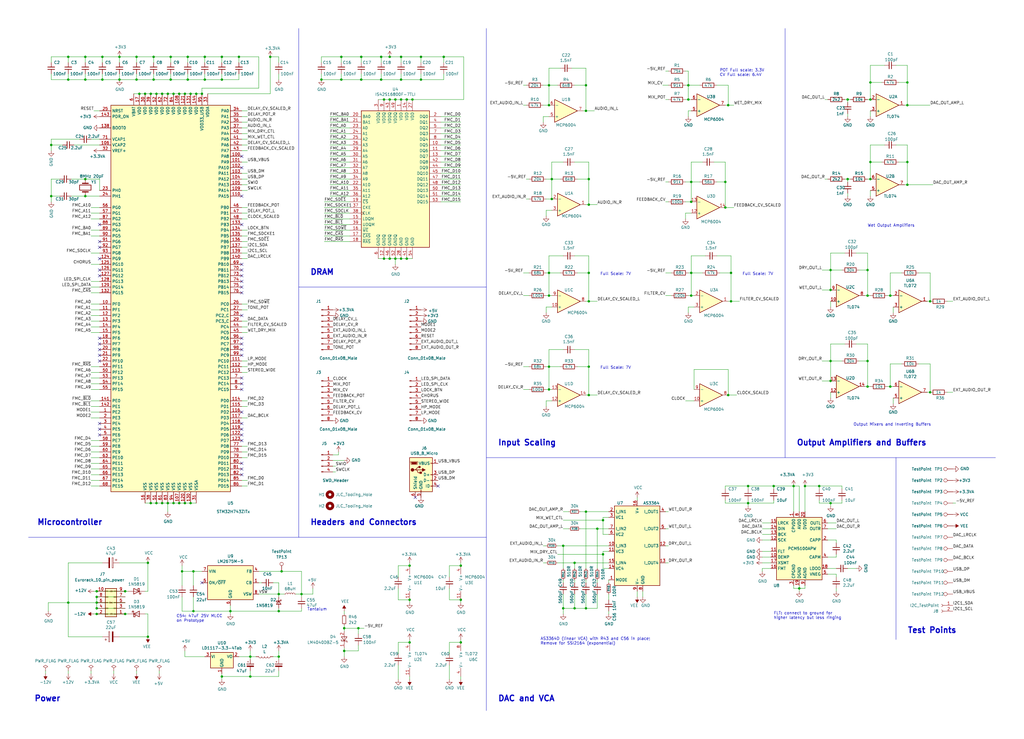
<source format=kicad_sch>
(kicad_sch (version 20230121) (generator eeschema)
  (paper "User" 457.2 330.2)
  (title_block (title "Retrospector v3") (rev "3") (company "Mountjoy Modular"))
  (junction (at 43.18 266.7))
  (junction (at 334.01 224.79))
  (junction (at 245.11 163.83))
  (junction (at 161.29 25.4))
  (junction (at 86.36 255.27))
  (junction (at 387.35 120.65))
  (junction (at 83.82 35.56))
  (junction (at 245.11 121.92))
  (junction (at 266.7 236.22))
  (junction (at 308.61 90.17))
  (junction (at 179.07 44.45))
  (junction (at 85.09 41.91))
  (junction (at 22.86 87.63))
  (junction (at 251.46 271.78))
  (junction (at 170.18 25.4))
  (junction (at 345.44 217.17))
  (junction (at 370.84 170.18))
  (junction (at 187.96 35.56))
  (junction (at 359.41 217.17))
  (junction (at 205.74 287.02))
  (junction (at 74.93 224.79))
  (junction (at 370.84 161.29))
  (junction (at 81.28 255.27))
  (junction (at 91.44 35.56))
  (junction (at 405.13 46.99))
  (junction (at 181.61 115.57))
  (junction (at 170.18 35.56))
  (junction (at 261.62 228.6))
  (junction (at 356.87 262.89))
  (junction (at 60.96 35.56))
  (junction (at 388.62 72.39))
  (junction (at 370.84 129.54))
  (junction (at 261.62 49.53))
  (junction (at 262.89 80.01))
  (junction (at 80.01 224.79))
  (junction (at 125.73 255.27))
  (junction (at 45.72 25.4))
  (junction (at 378.46 44.45))
  (junction (at 397.51 172.72))
  (junction (at 66.04 251.46))
  (junction (at -45.72 93.98))
  (junction (at 53.34 35.56))
  (junction (at 182.88 267.97))
  (junction (at 90.17 41.91))
  (junction (at 179.07 115.57))
  (junction (at 171.45 115.57))
  (junction (at 120.65 25.4))
  (junction (at 370.84 120.65))
  (junction (at 91.44 25.4))
  (junction (at 245.11 38.1))
  (junction (at 323.85 81.28))
  (junction (at 326.39 121.92))
  (junction (at 82.55 224.79))
  (junction (at 82.55 41.91))
  (junction (at 74.93 41.91))
  (junction (at 262.89 121.92))
  (junction (at 152.4 25.4))
  (junction (at 99.06 35.56))
  (junction (at 307.34 44.45))
  (junction (at 326.39 134.62))
  (junction (at 179.07 25.4))
  (junction (at 184.15 44.45))
  (junction (at 87.63 41.91))
  (junction (at 53.34 25.4))
  (junction (at 38.1 35.56))
  (junction (at 354.33 217.17))
  (junction (at 152.4 35.56))
  (junction (at 325.12 176.53))
  (junction (at 323.85 92.71))
  (junction (at 99.06 302.26))
  (junction (at 111.76 302.26))
  (junction (at 182.88 252.73))
  (junction (at 86.36 273.05))
  (junction (at 67.31 41.91))
  (junction (at 76.2 35.56))
  (junction (at 64.77 41.91))
  (junction (at 173.99 25.4))
  (junction (at 388.62 80.01))
  (junction (at 187.96 25.4))
  (junction (at 124.46 273.05))
  (junction (at 176.53 44.45))
  (junction (at 256.54 271.78))
  (junction (at 124.46 265.43))
  (junction (at 173.99 44.45))
  (junction (at -45.72 129.54))
  (junction (at 69.85 41.91))
  (junction (at 69.85 224.79))
  (junction (at 176.53 115.57))
  (junction (at 55.88 264.16))
  (junction (at 262.89 134.62))
  (junction (at 60.96 25.4))
  (junction (at 388.62 44.45))
  (junction (at 405.13 72.39))
  (junction (at 77.47 224.79))
  (junction (at 43.18 264.16))
  (junction (at 387.35 161.29))
  (junction (at 262.89 163.83))
  (junction (at 182.88 287.02))
  (junction (at 179.07 35.56))
  (junction (at 62.23 41.91))
  (junction (at 325.12 46.99))
  (junction (at 38.1 25.4))
  (junction (at 134.62 265.43))
  (junction (at 45.72 35.56))
  (junction (at 198.12 25.4))
  (junction (at 30.48 25.4))
  (junction (at 245.11 132.08))
  (junction (at 102.87 273.05))
  (junction (at 153.67 290.83))
  (junction (at 261.62 271.78))
  (junction (at 256.54 251.46))
  (junction (at 68.58 25.4))
  (junction (at 43.18 271.78))
  (junction (at 246.38 88.9))
  (junction (at 370.84 224.79))
  (junction (at 143.51 35.56))
  (junction (at 308.61 81.28))
  (junction (at 77.47 41.91))
  (junction (at 67.31 224.79))
  (junction (at 365.76 217.17))
  (junction (at 124.46 293.37))
  (junction (at 397.51 132.08))
  (junction (at 43.18 269.24))
  (junction (at 161.29 35.56))
  (junction (at 308.61 121.92))
  (junction (at 262.89 91.44))
  (junction (at 181.61 44.45))
  (junction (at 415.29 175.26))
  (junction (at 415.29 134.62))
  (junction (at 99.06 25.4))
  (junction (at 405.13 36.83))
  (junction (at 387.35 172.72))
  (junction (at 160.02 280.67))
  (junction (at 72.39 41.91))
  (junction (at 205.74 252.73))
  (junction (at 245.11 46.99))
  (junction (at 334.01 217.17))
  (junction (at 245.11 173.99))
  (junction (at 22.86 64.77))
  (junction (at 387.35 132.08))
  (junction (at 30.48 269.24))
  (junction (at 72.39 224.79))
  (junction (at 405.13 82.55))
  (junction (at 30.48 35.56))
  (junction (at 388.62 36.83))
  (junction (at 85.09 224.79))
  (junction (at 262.89 176.53))
  (junction (at 269.24 247.65))
  (junction (at 80.01 41.91))
  (junction (at 171.45 44.45))
  (junction (at 173.99 115.57))
  (junction (at 261.62 38.1))
  (junction (at 378.46 80.01))
  (junction (at 83.82 25.4))
  (junction (at 38.1 87.63))
  (junction (at 55.88 274.32))
  (junction (at 269.24 232.41))
  (junction (at 307.34 38.1))
  (junction (at 76.2 25.4))
  (junction (at 246.38 80.01))
  (junction (at 43.18 274.32))
  (junction (at 38.1 80.01))
  (junction (at 251.46 243.84))
  (junction (at 68.58 35.56))
  (junction (at 66.04 284.48))
  (junction (at 106.68 25.4))
  (junction (at 205.74 267.97))
  (junction (at 308.61 132.08))
  (junction (at 111.76 293.37))
  (junction (at 153.67 280.67))
  (no_connect (at 44.45 158.75))
  (no_connect (at 107.95 184.15))
  (no_connect (at 107.95 191.77))
  (no_connect (at 107.95 123.19))
  (no_connect (at 107.95 209.55))
  (no_connect (at 107.95 168.91))
  (no_connect (at 107.95 173.99))
  (no_connect (at 107.95 140.97))
  (no_connect (at 44.45 189.23))
  (no_connect (at 44.45 107.95))
  (no_connect (at 107.95 128.27))
  (no_connect (at 107.95 130.81))
  (no_connect (at 44.45 161.29))
  (no_connect (at 185.42 222.25))
  (no_connect (at 44.45 153.67))
  (no_connect (at 107.95 125.73))
  (no_connect (at 107.95 194.31))
  (no_connect (at 90.17 260.35))
  (no_connect (at 107.95 212.09))
  (no_connect (at 107.95 100.33))
  (no_connect (at 107.95 69.85))
  (no_connect (at 44.45 120.65))
  (no_connect (at 44.45 115.57))
  (no_connect (at 107.95 120.65))
  (no_connect (at 107.95 158.75))
  (no_connect (at 107.95 189.23))
  (no_connect (at 107.95 151.13))
  (no_connect (at 107.95 171.45))
  (no_connect (at 44.45 156.21))
  (no_connect (at 44.45 194.31))
  (no_connect (at 107.95 156.21))
  (no_connect (at 44.45 151.13))
  (no_connect (at 107.95 74.93))
  (no_connect (at 107.95 196.85))
  (no_connect (at 44.45 191.77))
  (no_connect (at 195.58 217.17))
  (no_connect (at 107.95 153.67))
  (no_connect (at 44.45 123.19))
  (no_connect (at 107.95 87.63))
  (no_connect (at 107.95 207.01))
  (no_connect (at 44.45 110.49))
  (no_connect (at 44.45 100.33))
  (no_connect (at 107.95 118.11))
  (wire (pts (xy 111.76 290.83) (xy 111.76 293.37)))
  (wire (pts (xy 205.74 59.69) (xy 196.85 59.69)))
  (wire (pts (xy 53.34 25.4) (xy 60.96 25.4)))
  (wire (pts (xy 110.49 64.77) (xy 107.95 64.77)))
  (wire (pts (xy 106.68 25.4) (xy 99.06 25.4)))
  (wire (pts (xy 176.53 118.11) (xy 176.53 115.57)))
  (wire (pts (xy 149.86 210.82) (xy 148.59 210.82)))
  (wire (pts (xy 44.45 143.51) (xy 40.64 143.51)))
  (wire (pts (xy 110.49 135.89) (xy 107.95 135.89)))
  (wire (pts (xy 76.2 25.4) (xy 76.2 27.94)))
  (wire (pts (xy 250.19 30.48) (xy 245.11 30.48)))
  (wire (pts (xy 124.46 299.72) (xy 124.46 302.26)))
  (wire (pts (xy 261.62 228.6) (xy 271.78 228.6)))
  (wire (pts (xy 251.46 72.39) (xy 246.38 72.39)))
  (wire (pts (xy 378.46 81.28) (xy 378.46 80.01)))
  (wire (pts (xy 64.77 264.16) (xy 66.04 264.16)))
  (wire (pts (xy 74.93 224.79) (xy 77.47 224.79)))
  (wire (pts (xy 148.59 208.28) (xy 149.86 208.28)))
  (wire (pts (xy 261.62 30.48) (xy 261.62 38.1)))
  (wire (pts (xy 147.32 57.15) (xy 156.21 57.15)))
  (wire (pts (xy 38.1 25.4) (xy 45.72 25.4)))
  (wire (pts (xy 377.19 80.01) (xy 378.46 80.01)))
  (wire (pts (xy 176.53 44.45) (xy 173.99 44.45)))
  (wire (pts (xy 248.92 243.84) (xy 251.46 243.84)))
  (wire (pts (xy 307.34 132.08) (xy 308.61 132.08)))
  (wire (pts (xy 370.84 226.06) (xy 370.84 224.79)))
  (wire (pts (xy 251.46 265.43) (xy 251.46 271.78)))
  (wire (pts (xy 44.45 95.25) (xy 40.64 95.25)))
  (wire (pts (xy 76.2 35.56) (xy 83.82 35.56)))
  (wire (pts (xy 21.59 269.24) (xy 30.48 269.24)))
  (wire (pts (xy 233.68 132.08) (xy 236.22 132.08)))
  (wire (pts (xy 367.03 120.65) (xy 370.84 120.65)))
  (wire (pts (xy 179.07 33.02) (xy 179.07 35.56)))
  (wire (pts (xy 297.18 243.84) (xy 298.45 243.84)))
  (wire (pts (xy 415.29 121.92) (xy 415.29 134.62)))
  (wire (pts (xy 345.44 218.44) (xy 345.44 217.17)))
  (wire (pts (xy 44.45 140.97) (xy 40.64 140.97)))
  (wire (pts (xy 177.8 262.89) (xy 177.8 267.97)))
  (wire (pts (xy 20.32 299.72) (xy 20.32 300.99)))
  (wire (pts (xy 144.78 92.71) (xy 156.21 92.71)))
  (wire (pts (xy 367.03 170.18) (xy 370.84 170.18)))
  (wire (pts (xy 68.58 35.56) (xy 76.2 35.56)))
  (wire (pts (xy 62.23 41.91) (xy 64.77 41.91)))
  (wire (pts (xy 265.43 49.53) (xy 261.62 49.53)))
  (wire (pts (xy 110.49 217.17) (xy 107.95 217.17)))
  (wire (pts (xy 378.46 44.45) (xy 379.73 44.45)))
  (wire (pts (xy 297.18 132.08) (xy 299.72 132.08)))
  (wire (pts (xy 80.01 224.79) (xy 82.55 224.79)))
  (wire (pts (xy 177.8 292.1) (xy 177.8 287.02)))
  (wire (pts (xy 266.7 254) (xy 266.7 236.22)))
  (wire (pts (xy 309.88 137.16) (xy 307.34 137.16)))
  (wire (pts (xy 40.64 125.73) (xy 44.45 125.73)))
  (wire (pts (xy 256.54 251.46) (xy 271.78 251.46)))
  (wire (pts (xy 124.46 33.02) (xy 124.46 35.56)))
  (wire (pts (xy -43.18 160.02) (xy -38.1 160.02)))
  (wire (pts (xy 307.34 31.75) (xy 307.34 38.1)))
  (wire (pts (xy 313.69 121.92) (xy 308.61 121.92)))
  (wire (pts (xy 102.87 273.05) (xy 124.46 273.05)))
  (wire (pts (xy 160.02 283.21) (xy 160.02 280.67)))
  (wire (pts (xy 334.01 224.79) (xy 334.01 226.06)))
  (wire (pts (xy 44.45 171.45) (xy 40.64 171.45)))
  (wire (pts (xy 261.62 38.1) (xy 261.62 49.53)))
  (wire (pts (xy 325.12 134.62) (xy 326.39 134.62)))
  (wire (pts (xy 394.97 64.77) (xy 388.62 64.77)))
  (wire (pts (xy 110.49 204.47) (xy 107.95 204.47)))
  (wire (pts (xy 81.28 255.27) (xy 81.28 261.62)))
  (wire (pts (xy 153.67 290.83) (xy 153.67 293.37)))
  (wire (pts (xy 246.38 179.07) (xy 243.84 179.07)))
  (wire (pts (xy 397.51 121.92) (xy 402.59 121.92)))
  (wire (pts (xy 153.67 289.56) (xy 153.67 290.83)))
  (wire (pts (xy 67.31 41.91) (xy 69.85 41.91)))
  (wire (pts (xy 83.82 35.56) (xy 91.44 35.56)))
  (wire (pts (xy 205.74 87.63) (xy 196.85 87.63)))
  (wire (pts (xy 139.7 262.89) (xy 139.7 265.43)))
  (wire (pts (xy 44.45 166.37) (xy 40.64 166.37)))
  (wire (pts (xy 326.39 121.92) (xy 326.39 134.62)))
  (wire (pts (xy 156.21 80.01) (xy 147.32 80.01)))
  (wire (pts (xy 156.21 64.77) (xy 147.32 64.77)))
  (wire (pts (xy 153.67 290.83) (xy 160.02 290.83)))
  (wire (pts (xy 325.12 176.53) (xy 325.12 165.1)))
  (wire (pts (xy 405.13 46.99) (xy 415.29 46.99)))
  (wire (pts (xy 44.45 186.69) (xy 40.64 186.69)))
  (polyline (pts (xy 217.17 128.27) (xy 133.35 128.27)))
  (wire (pts (xy 179.07 27.94) (xy 179.07 25.4)))
  (wire (pts (xy 40.64 201.93) (xy 44.45 201.93)))
  (wire (pts (xy 297.18 90.17) (xy 298.45 90.17)))
  (wire (pts (xy 271.78 254) (xy 269.24 254)))
  (wire (pts (xy 187.96 25.4) (xy 198.12 25.4)))
  (wire (pts (xy 124.46 290.83) (xy 124.46 293.37)))
  (wire (pts (xy 107.95 113.03) (xy 110.49 113.03)))
  (wire (pts (xy 334.01 217.17) (xy 345.44 217.17)))
  (wire (pts (xy 124.46 294.64) (xy 124.46 293.37)))
  (wire (pts (xy 370.84 175.26) (xy 370.84 177.8)))
  (wire (pts (xy 309.88 165.1) (xy 309.88 173.99)))
  (wire (pts (xy 306.07 179.07) (xy 309.88 179.07)))
  (wire (pts (xy 271.78 265.43) (xy 271.78 267.97)))
  (wire (pts (xy 68.58 33.02) (xy 68.58 35.56)))
  (polyline (pts (xy 133.35 240.03) (xy 133.35 12.7)))
  (polyline (pts (xy 350.52 12.7) (xy 350.52 204.47)))
  (wire (pts (xy 200.66 252.73) (xy 205.74 252.73)))
  (wire (pts (xy 161.29 25.4) (xy 170.18 25.4)))
  (wire (pts (xy 66.04 284.48) (xy 53.34 284.48)))
  (wire (pts (xy 156.21 59.69) (xy 147.32 59.69)))
  (wire (pts (xy 266.7 236.22) (xy 271.78 236.22)))
  (wire (pts (xy 110.49 105.41) (xy 107.95 105.41)))
  (wire (pts (xy 147.32 52.07) (xy 156.21 52.07)))
  (wire (pts (xy 38.1 35.56) (xy 45.72 35.56)))
  (wire (pts (xy 388.62 49.53) (xy 388.62 52.07)))
  (wire (pts (xy 67.31 224.79) (xy 69.85 224.79)))
  (wire (pts (xy 340.36 246.38) (xy 344.17 246.38)))
  (wire (pts (xy 256.54 271.78) (xy 261.62 271.78)))
  (wire (pts (xy 31.75 87.63) (xy 38.1 87.63)))
  (polyline (pts (xy 217.17 12.7) (xy 217.17 317.5)))
  (wire (pts (xy 22.86 35.56) (xy 22.86 33.02)))
  (wire (pts (xy 107.95 85.09) (xy 110.49 85.09)))
  (wire (pts (xy 325.12 38.1) (xy 325.12 46.99)))
  (wire (pts (xy 397.51 132.08) (xy 397.51 121.92)))
  (wire (pts (xy 307.34 49.53) (xy 308.61 49.53)))
  (wire (pts (xy 369.57 254) (xy 373.38 254)))
  (wire (pts (xy 156.21 97.79) (xy 144.78 97.79)))
  (wire (pts (xy 340.36 236.22) (xy 344.17 236.22)))
  (wire (pts (xy 365.76 224.79) (xy 370.84 224.79)))
  (wire (pts (xy 110.49 49.53) (xy 107.95 49.53)))
  (wire (pts (xy 106.68 33.02) (xy 106.68 35.56)))
  (wire (pts (xy 77.47 224.79) (xy 80.01 224.79)))
  (wire (pts (xy 120.65 25.4) (xy 120.65 41.91)))
  (wire (pts (xy 266.7 91.44) (xy 262.89 91.44)))
  (wire (pts (xy 82.55 224.79) (xy 85.09 224.79)))
  (wire (pts (xy 72.39 41.91) (xy 74.93 41.91)))
  (wire (pts (xy 53.34 35.56) (xy 60.96 35.56)))
  (wire (pts (xy 107.95 82.55) (xy 110.49 82.55)))
  (wire (pts (xy 251.46 156.21) (xy 245.11 156.21)))
  (wire (pts (xy 396.24 172.72) (xy 397.51 172.72)))
  (wire (pts (xy 262.89 114.3) (xy 262.89 121.92)))
  (wire (pts (xy 245.11 114.3) (xy 245.11 121.92)))
  (wire (pts (xy 177.8 267.97) (xy 182.88 267.97)))
  (wire (pts (xy 60.96 35.56) (xy 60.96 33.02)))
  (wire (pts (xy 99.06 302.26) (xy 99.06 303.53)))
  (wire (pts (xy 405.13 36.83) (xy 405.13 46.99)))
  (wire (pts (xy 306.07 81.28) (xy 308.61 81.28)))
  (wire (pts (xy 388.62 36.83) (xy 388.62 44.45)))
  (wire (pts (xy 124.46 293.37) (xy 121.92 293.37)))
  (wire (pts (xy 323.85 217.17) (xy 334.01 217.17)))
  (wire (pts (xy 233.68 121.92) (xy 236.22 121.92)))
  (wire (pts (xy 382.27 113.03) (xy 387.35 113.03)))
  (wire (pts (xy 340.36 238.76) (xy 344.17 238.76)))
  (wire (pts (xy 269.24 247.65) (xy 248.92 247.65)))
  (wire (pts (xy 307.34 52.07) (xy 307.34 49.53)))
  (wire (pts (xy 340.36 248.92) (xy 344.17 248.92)))
  (wire (pts (xy 378.46 45.72) (xy 378.46 44.45)))
  (wire (pts (xy 266.7 134.62) (xy 262.89 134.62)))
  (wire (pts (xy 40.64 128.27) (xy 44.45 128.27)))
  (wire (pts (xy 345.44 223.52) (xy 345.44 224.79)))
  (wire (pts (xy 387.35 153.67) (xy 387.35 161.29)))
  (wire (pts (xy 403.86 46.99) (xy 405.13 46.99)))
  (wire (pts (xy 251.46 114.3) (xy 245.11 114.3)))
  (wire (pts (xy 152.4 27.94) (xy 152.4 25.4)))
  (wire (pts (xy 44.45 184.15) (xy 40.64 184.15)))
  (wire (pts (xy -45.72 129.54) (xy -45.72 132.08)))
  (wire (pts (xy 91.44 25.4) (xy 99.06 25.4)))
  (wire (pts (xy 107.95 138.43) (xy 110.49 138.43)))
  (wire (pts (xy 151.13 203.2) (xy 151.13 201.93)))
  (wire (pts (xy 378.46 86.36) (xy 378.46 87.63)))
  (wire (pts (xy 312.42 81.28) (xy 308.61 81.28)))
  (wire (pts (xy 110.49 95.25) (xy 107.95 95.25)))
  (wire (pts (xy 156.21 82.55) (xy 147.32 82.55)))
  (wire (pts (xy 298.45 44.45) (xy 297.18 44.45)))
  (wire (pts (xy 38.1 27.94) (xy 38.1 25.4)))
  (wire (pts (xy 243.84 179.07) (xy 243.84 181.61)))
  (wire (pts (xy 243.84 80.01) (xy 246.38 80.01)))
  (wire (pts (xy 387.35 172.72) (xy 387.35 161.29)))
  (wire (pts (xy 110.49 107.95) (xy 107.95 107.95)))
  (wire (pts (xy 110.49 179.07) (xy 107.95 179.07)))
  (wire (pts (xy 107.95 186.69) (xy 110.49 186.69)))
  (wire (pts (xy 177.8 297.18) (xy 177.8 303.53)))
  (wire (pts (xy 245.11 52.07) (xy 242.57 52.07)))
  (wire (pts (xy 110.49 52.07) (xy 107.95 52.07)))
  (wire (pts (xy 234.95 80.01) (xy 236.22 80.01)))
  (wire (pts (xy 83.82 27.94) (xy 83.82 25.4)))
  (wire (pts (xy 30.48 251.46) (xy 30.48 269.24)))
  (wire (pts (xy 40.64 196.85) (xy 44.45 196.85)))
  (wire (pts (xy 205.74 74.93) (xy 196.85 74.93)))
  (wire (pts (xy 284.48 222.25) (xy 284.48 223.52)))
  (wire (pts (xy 297.18 81.28) (xy 298.45 81.28)))
  (wire (pts (xy 81.28 266.7) (xy 81.28 273.05)))
  (wire (pts (xy 161.29 27.94) (xy 161.29 25.4)))
  (wire (pts (xy 200.66 287.02) (xy 205.74 287.02)))
  (wire (pts (xy 323.85 81.28) (xy 323.85 92.71)))
  (wire (pts (xy 22.86 64.77) (xy 22.86 62.23)))
  (wire (pts (xy 30.48 299.72) (xy 30.48 300.99)))
  (wire (pts (xy 68.58 27.94) (xy 68.58 25.4)))
  (polyline (pts (xy 217.17 204.47) (xy 444.5 204.47)))
  (wire (pts (xy 373.38 262.89) (xy 373.38 264.16)))
  (wire (pts (xy 245.11 163.83) (xy 245.11 173.99)))
  (wire (pts (xy 99.06 302.26) (xy 111.76 302.26)))
  (wire (pts (xy 309.88 165.1) (xy 325.12 165.1)))
  (wire (pts (xy 377.19 153.67) (xy 370.84 153.67)))
  (wire (pts (xy 205.74 267.97) (xy 205.74 269.24)))
  (wire (pts (xy 287.02 264.16) (xy 287.02 266.7)))
  (wire (pts (xy 31.75 80.01) (xy 38.1 80.01)))
  (wire (pts (xy 200.66 292.1) (xy 200.66 287.02)))
  (wire (pts (xy 179.07 25.4) (xy 173.99 25.4)))
  (wire (pts (xy 115.57 39.37) (xy 115.57 25.4)))
  (wire (pts (xy 41.91 264.16) (xy 43.18 264.16)))
  (wire (pts (xy 397.51 172.72) (xy 397.51 162.56)))
  (wire (pts (xy 377.19 113.03) (xy 370.84 113.03)))
  (wire (pts (xy 256.54 156.21) (xy 262.89 156.21)))
  (wire (pts (xy 107.95 161.29) (xy 110.49 161.29)))
  (wire (pts (xy 242.57 251.46) (xy 243.84 251.46)))
  (wire (pts (xy 45.72 27.94) (xy 45.72 25.4)))
  (wire (pts (xy 369.57 236.22) (xy 373.38 236.22)))
  (wire (pts (xy 44.45 85.09) (xy 44.45 80.01)))
  (wire (pts (xy 66.04 274.32) (xy 66.04 284.48)))
  (wire (pts (xy 43.18 266.7) (xy 43.18 269.24)))
  (wire (pts (xy 388.62 72.39) (xy 388.62 80.01)))
  (wire (pts (xy 179.07 44.45) (xy 176.53 44.45)))
  (wire (pts (xy 306.07 90.17) (xy 308.61 90.17)))
  (wire (pts (xy 99.06 300.99) (xy 99.06 302.26)))
  (wire (pts (xy 59.69 41.91) (xy 62.23 41.91)))
  (wire (pts (xy 262.89 156.21) (xy 262.89 163.83)))
  (wire (pts (xy 320.04 38.1) (xy 325.12 38.1)))
  (wire (pts (xy 261.62 254) (xy 261.62 228.6)))
  (wire (pts (xy 359.41 217.17) (xy 359.41 228.6)))
  (wire (pts (xy 160.02 290.83) (xy 160.02 288.29)))
  (wire (pts (xy 69.85 41.91) (xy 72.39 41.91)))
  (wire (pts (xy 269.24 246.38) (xy 269.24 247.65)))
  (wire (pts (xy 297.18 251.46) (xy 298.45 251.46)))
  (wire (pts (xy 181.61 44.45) (xy 179.07 44.45)))
  (wire (pts (xy 40.64 135.89) (xy 44.45 135.89)))
  (wire (pts (xy 387.35 161.29) (xy 383.54 161.29)))
  (wire (pts (xy 271.78 238.76) (xy 269.24 238.76)))
  (wire (pts (xy 375.92 161.29) (xy 370.84 161.29)))
  (wire (pts (xy 45.72 251.46) (xy 30.48 251.46)))
  (wire (pts (xy 144.78 90.17) (xy 156.21 90.17)))
  (wire (pts (xy 266.7 259.08) (xy 266.7 260.35)))
  (wire (pts (xy 405.13 36.83) (xy 401.32 36.83)))
  (wire (pts (xy 387.35 44.45) (xy 388.62 44.45)))
  (wire (pts (xy 40.64 204.47) (xy 44.45 204.47)))
  (wire (pts (xy 269.24 247.65) (xy 269.24 254)))
  (wire (pts (xy 297.18 31.75) (xy 298.45 31.75)))
  (wire (pts (xy 121.92 260.35) (xy 124.46 260.35)))
  (wire (pts (xy 87.63 41.91) (xy 90.17 41.91)))
  (wire (pts (xy 30.48 25.4) (xy 38.1 25.4)))
  (wire (pts (xy 110.49 59.69) (xy 107.95 59.69)))
  (wire (pts (xy 397.51 132.08) (xy 398.78 132.08)))
  (wire (pts (xy 156.21 105.41) (xy 144.78 105.41)))
  (wire (pts (xy 50.8 299.72) (xy 50.8 300.99)))
  (wire (pts (xy 143.51 25.4) (xy 152.4 25.4)))
  (wire (pts (xy 43.18 269.24) (xy 43.18 271.78)))
  (wire (pts (xy 44.45 179.07) (xy 40.64 179.07)))
  (wire (pts (xy 134.62 265.43) (xy 139.7 265.43)))
  (wire (pts (xy 242.57 52.07) (xy 242.57 54.61)))
  (wire (pts (xy 44.45 181.61) (xy 40.64 181.61)))
  (wire (pts (xy 205.74 77.47) (xy 196.85 77.47)))
  (wire (pts (xy 83.82 35.56) (xy 83.82 33.02)))
  (wire (pts (xy 22.86 25.4) (xy 30.48 25.4)))
  (wire (pts (xy 86.36 255.27) (xy 86.36 261.62)))
  (wire (pts (xy 243.84 163.83) (xy 245.11 163.83)))
  (wire (pts (xy 233.68 46.99) (xy 234.95 46.99)))
  (wire (pts (xy 269.24 232.41) (xy 269.24 238.76)))
  (wire (pts (xy 27.94 64.77) (xy 22.86 64.77)))
  (wire (pts (xy 21.59 273.05) (xy 21.59 269.24)))
  (wire (pts (xy 40.64 105.41) (xy 44.45 105.41)))
  (wire (pts (xy 378.46 80.01) (xy 379.73 80.01)))
  (wire (pts (xy 323.85 72.39) (xy 323.85 81.28)))
  (wire (pts (xy 205.74 90.17) (xy 196.85 90.17)))
  (wire (pts (xy 81.28 252.73) (xy 81.28 255.27)))
  (wire (pts (xy 251.46 236.22) (xy 254 236.22)))
  (wire (pts (xy 334.01 218.44) (xy 334.01 217.17)))
  (wire (pts (xy 170.18 25.4) (xy 173.99 25.4)))
  (wire (pts (xy 397.51 162.56) (xy 402.59 162.56)))
  (wire (pts (xy 367.03 161.29) (xy 370.84 161.29)))
  (wire (pts (xy 245.11 30.48) (xy 245.11 38.1)))
  (wire (pts (xy 248.92 38.1) (xy 245.11 38.1)))
  (wire (pts (xy 297.18 228.6) (xy 298.45 228.6)))
  (wire (pts (xy 44.45 163.83) (xy 40.64 163.83)))
  (wire (pts (xy 156.21 72.39) (xy 147.32 72.39)))
  (polyline (pts (xy 400.05 285.75) (xy 400.05 204.47)))
  (wire (pts (xy 255.27 30.48) (xy 261.62 30.48)))
  (wire (pts (xy 405.13 82.55) (xy 416.56 82.55)))
  (wire (pts (xy 326.39 114.3) (xy 326.39 121.92)))
  (wire (pts (xy 257.81 163.83) (xy 262.89 163.83)))
  (wire (pts (xy 308.61 132.08) (xy 309.88 132.08)))
  (wire (pts (xy 323.85 218.44) (xy 323.85 217.17)))
  (wire (pts (xy 388.62 85.09) (xy 388.62 87.63)))
  (wire (pts (xy 124.46 302.26) (xy 111.76 302.26)))
  (wire (pts (xy 170.18 27.94) (xy 170.18 25.4)))
  (wire (pts (xy 246.38 93.98) (xy 243.84 93.98)))
  (wire (pts (xy 354.33 217.17) (xy 354.33 228.6)))
  (wire (pts (xy 393.7 36.83) (xy 388.62 36.83)))
  (wire (pts (xy 246.38 137.16) (xy 243.84 137.16)))
  (wire (pts (xy 40.64 118.11) (xy 44.45 118.11)))
  (wire (pts (xy 44.45 173.99) (xy 40.64 173.99)))
  (wire (pts (xy 124.46 265.43) (xy 124.46 266.7)))
  (wire (pts (xy 396.24 132.08) (xy 397.51 132.08)))
  (wire (pts (xy 41.91 274.32) (xy 43.18 274.32)))
  (wire (pts (xy 187.96 35.56) (xy 198.12 35.56)))
  (wire (pts (xy 414.02 134.62) (xy 415.29 134.62)))
  (wire (pts (xy 40.64 199.39) (xy 44.45 199.39)))
  (wire (pts (xy 124.46 260.35) (xy 124.46 265.43)))
  (wire (pts (xy 64.77 41.91) (xy 67.31 41.91)))
  (wire (pts (xy 256.54 259.08) (xy 256.54 260.35)))
  (wire (pts (xy 251.46 274.32) (xy 251.46 271.78)))
  (wire (pts (xy 110.49 77.47) (xy 107.95 77.47)))
  (wire (pts (xy 367.03 129.54) (xy 370.84 129.54)))
  (wire (pts (xy 91.44 33.02) (xy 91.44 35.56)))
  (wire (pts (xy 313.69 72.39) (xy 308.61 72.39)))
  (wire (pts (xy 177.8 257.81) (xy 177.8 252.73)))
  (wire (pts (xy 198.12 27.94) (xy 198.12 25.4)))
  (wire (pts (xy 386.08 132.08) (xy 387.35 132.08)))
  (wire (pts (xy 200.66 297.18) (xy 200.66 303.53)))
  (wire (pts (xy 82.55 290.83) (xy 82.55 293.37)))
  (wire (pts (xy -43.18 148.59) (xy -38.1 148.59)))
  (wire (pts (xy 410.21 162.56) (xy 415.29 162.56)))
  (wire (pts (xy 425.45 224.79) (xy 426.72 224.79)))
  (wire (pts (xy 369.57 241.3) (xy 373.38 241.3)))
  (wire (pts (xy -48.26 93.98) (xy -45.72 93.98)))
  (wire (pts (xy 269.24 231.14) (xy 269.24 232.41)))
  (wire (pts (xy 356.87 262.89) (xy 356.87 264.16)))
  (wire (pts (xy 156.21 85.09) (xy 147.32 85.09)))
  (wire (pts (xy 99.06 33.02) (xy 99.06 35.56)))
  (wire (pts (xy 107.95 67.31) (xy 110.49 67.31)))
  (wire (pts (xy 307.34 137.16) (xy 307.34 139.7)))
  (wire (pts (xy 388.62 29.21) (xy 388.62 36.83)))
  (wire (pts (xy 354.33 262.89) (xy 356.87 262.89)))
  (wire (pts (xy 134.62 273.05) (xy 134.62 271.78)))
  (wire (pts (xy 205.74 54.61) (xy 196.85 54.61)))
  (wire (pts (xy 69.85 224.79) (xy 72.39 224.79)))
  (wire (pts (xy 245.11 121.92) (xy 245.11 132.08)))
  (wire (pts (xy 298.45 38.1) (xy 295.91 38.1)))
  (wire (pts (xy 256.54 38.1) (xy 261.62 38.1)))
  (wire (pts (xy 266.7 176.53) (xy 262.89 176.53)))
  (wire (pts (xy 378.46 254) (xy 382.27 254)))
  (wire (pts (xy -43.18 162.56) (xy -38.1 162.56)))
  (wire (pts (xy 257.81 80.01) (xy 262.89 80.01)))
  (wire (pts (xy 356.87 217.17) (xy 354.33 217.17)))
  (wire (pts (xy 251.46 243.84) (xy 271.78 243.84)))
  (wire (pts (xy 170.18 35.56) (xy 179.07 35.56)))
  (wire (pts (xy 55.88 269.24) (xy 43.18 269.24)))
  (wire (pts (xy 171.45 44.45) (xy 168.91 44.45)))
  (wire (pts (xy 365.76 218.44) (xy 365.76 217.17)))
  (wire (pts (xy 179.07 35.56) (xy 187.96 35.56)))
  (wire (pts (xy 205.74 52.07) (xy 196.85 52.07)))
  (wire (pts (xy 55.88 274.32) (xy 57.15 274.32)))
  (wire (pts (xy -43.18 170.18) (xy -38.1 170.18)))
  (wire (pts (xy 66.04 251.46) (xy 53.34 251.46)))
  (wire (pts (xy 415.29 162.56) (xy 415.29 175.26)))
  (wire (pts (xy 398.78 177.8) (xy 398.78 180.34)))
  (wire (pts (xy 306.07 44.45) (xy 307.34 44.45)))
  (wire (pts (xy 328.93 176.53) (xy 325.12 176.53)))
  (wire (pts (xy 405.13 64.77) (xy 405.13 72.39)))
  (wire (pts (xy 397.51 172.72) (xy 398.78 172.72)))
  (wire (pts (xy 256.54 254) (xy 256.54 251.46)))
  (wire (pts (xy 398.78 137.16) (xy 398.78 139.7)))
  (wire (pts (xy 43.18 264.16) (xy 55.88 264.16)))
  (wire (pts (xy 297.18 121.92) (xy 299.72 121.92)))
  (wire (pts (xy 340.36 254) (xy 340.36 255.27)))
  (wire (pts (xy 44.45 97.79) (xy 40.64 97.79)))
  (wire (pts (xy 271.78 231.14) (xy 269.24 231.14)))
  (wire (pts (xy 44.45 130.81) (xy 40.64 130.81)))
  (wire (pts (xy 107.95 115.57) (xy 110.49 115.57)))
  (wire (pts (xy 45.72 284.48) (xy 30.48 284.48)))
  (wire (pts (xy 106.68 293.37) (xy 111.76 293.37)))
  (wire (pts (xy 44.45 138.43) (xy 40.64 138.43)))
  (wire (pts (xy -43.18 157.48) (xy -38.1 157.48)))
  (wire (pts (xy 323.85 224.79) (xy 334.01 224.79)))
  (wire (pts (xy 80.01 41.91) (xy 82.55 41.91)))
  (wire (pts (xy 124.46 25.4) (xy 120.65 25.4)))
  (wire (pts (xy 242.57 46.99) (xy 245.11 46.99)))
  (wire (pts (xy 81.28 255.27) (xy 86.36 255.27)))
  (wire (pts (xy 369.57 233.68) (xy 373.38 233.68)))
  (wire (pts (xy 251.46 271.78) (xy 256.54 271.78)))
  (wire (pts (xy 173.99 44.45) (xy 171.45 44.45)))
  (wire (pts (xy 107.95 102.87) (xy 110.49 102.87)))
  (wire (pts (xy 400.05 64.77) (xy 405.13 64.77)))
  (wire (pts (xy 40.64 209.55) (xy 44.45 209.55)))
  (wire (pts (xy 243.84 137.16) (xy 243.84 139.7)))
  (wire (pts (xy 60.96 27.94) (xy 60.96 25.4)))
  (polyline (pts (xy 12.7 240.03) (xy 217.17 240.03)))
  (wire (pts (xy 334.01 223.52) (xy 334.01 224.79)))
  (wire (pts (xy 106.68 27.94) (xy 106.68 25.4)))
  (wire (pts (xy 205.74 82.55) (xy 196.85 82.55)))
  (wire (pts (xy 205.74 302.26) (xy 205.74 303.53)))
  (wire (pts (xy -45.72 93.98) (xy -43.18 93.98)))
  (wire (pts (xy 375.92 223.52) (xy 375.92 224.79)))
  (wire (pts (xy 422.91 175.26) (xy 425.45 175.26)))
  (wire (pts (xy 160.02 280.67) (xy 153.67 280.67)))
  (wire (pts (xy 198.12 25.4) (xy 207.01 25.4)))
  (wire (pts (xy 250.19 121.92) (xy 245.11 121.92)))
  (wire (pts (xy 354.33 261.62) (xy 354.33 262.89)))
  (wire (pts (xy 40.64 113.03) (xy 44.45 113.03)))
  (wire (pts (xy 44.45 80.01) (xy 38.1 80.01)))
  (wire (pts (xy 64.77 274.32) (xy 66.04 274.32)))
  (wire (pts (xy 40.64 217.17) (xy 44.45 217.17)))
  (wire (pts (xy 373.38 247.65) (xy 373.38 248.92)))
  (wire (pts (xy 134.62 255.27) (xy 125.73 255.27)))
  (wire (pts (xy 22.86 35.56) (xy 30.48 35.56)))
  (wire (pts (xy -45.72 93.98) (xy -45.72 91.44)))
  (wire (pts (xy 85.09 224.79) (xy 87.63 224.79)))
  (wire (pts (xy 115.57 25.4) (xy 106.68 25.4)))
  (wire (pts (xy 198.12 35.56) (xy 198.12 33.02)))
  (wire (pts (xy 414.02 175.26) (xy 415.29 175.26)))
  (wire (pts (xy 90.17 39.37) (xy 115.57 39.37)))
  (wire (pts (xy 388.62 64.77) (xy 388.62 72.39)))
  (wire (pts (xy 184.15 44.45) (xy 181.61 44.45)))
  (wire (pts (xy 86.36 255.27) (xy 90.17 255.27)))
  (wire (pts (xy 306.07 38.1) (xy 307.34 38.1)))
  (wire (pts (xy 110.49 181.61) (xy 107.95 181.61)))
  (wire (pts (xy 71.12 300.99) (xy 71.12 299.72)))
  (wire (pts (xy 110.49 92.71) (xy 107.95 92.71)))
  (wire (pts (xy 72.39 224.79) (xy 74.93 224.79)))
  (wire (pts (xy 53.34 33.02) (xy 53.34 35.56)))
  (wire (pts (xy 177.8 287.02) (xy 182.88 287.02)))
  (wire (pts (xy 344.17 254) (xy 340.36 254)))
  (wire (pts (xy 110.49 62.23) (xy 107.95 62.23)))
  (wire (pts (xy 40.64 214.63) (xy 44.45 214.63)))
  (wire (pts (xy 43.18 274.32) (xy 55.88 274.32)))
  (wire (pts (xy 242.57 243.84) (xy 243.84 243.84)))
  (wire (pts (xy 245.11 38.1) (xy 245.11 46.99)))
  (wire (pts (xy 55.88 264.16) (xy 57.15 264.16)))
  (wire (pts (xy 269.24 232.41) (xy 251.46 232.41)))
  (wire (pts (xy 245.11 132.08) (xy 246.38 132.08)))
  (wire (pts (xy 393.7 72.39) (xy 388.62 72.39)))
  (wire (pts (xy 81.28 273.05) (xy 86.36 273.05)))
  (wire (pts (xy 250.19 163.83) (xy 245.11 163.83)))
  (wire (pts (xy 132.08 265.43) (xy 134.62 265.43)))
  (wire (pts (xy 110.49 97.79) (xy 107.95 97.79)))
  (wire (pts (xy 134.62 265.43) (xy 134.62 255.27)))
  (wire (pts (xy 369.57 256.54) (xy 373.38 256.54)))
  (wire (pts (xy 86.36 266.7) (xy 86.36 273.05)))
  (wire (pts (xy 400.05 29.21) (xy 405.13 29.21)))
  (wire (pts (xy 378.46 50.8) (xy 378.46 52.07)))
  (wire (pts (xy 102.87 270.51) (xy 102.87 273.05)))
  (wire (pts (xy 386.08 172.72) (xy 387.35 172.72)))
  (wire (pts (xy 207.01 25.4) (xy 207.01 44.45)))
  (wire (pts (xy -43.18 167.64) (xy -38.1 167.64)))
  (wire (pts (xy 200.66 262.89) (xy 200.66 267.97)))
  (wire (pts (xy 144.78 95.25) (xy 156.21 95.25)))
  (wire (pts (xy 257.81 121.92) (xy 262.89 121.92)))
  (wire (pts (xy 382.27 153.67) (xy 387.35 153.67)))
  (wire (pts (xy 205.74 85.09) (xy 196.85 85.09)))
  (wire (pts (xy 40.64 212.09) (xy 44.45 212.09)))
  (wire (pts (xy 44.45 168.91) (xy 40.64 168.91)))
  (wire (pts (xy 187.96 35.56) (xy 187.96 33.02)))
  (wire (pts (xy 205.74 251.46) (xy 205.74 252.73)))
  (wire (pts (xy 77.47 41.91) (xy 80.01 41.91)))
  (wire (pts (xy 82.55 293.37) (xy 91.44 293.37)))
  (wire (pts (xy 86.36 273.05) (xy 102.87 273.05)))
  (wire (pts (xy 30.48 284.48) (xy 30.48 269.24)))
  (wire (pts (xy 82.55 41.91) (xy 85.09 41.91)))
  (wire (pts (xy 179.07 25.4) (xy 187.96 25.4)))
  (wire (pts (xy 147.32 54.61) (xy 156.21 54.61)))
  (wire (pts (xy 422.91 134.62) (xy 425.45 134.62)))
  (wire (pts (xy 74.93 41.91) (xy 77.47 41.91)))
  (wire (pts (xy 307.34 121.92) (xy 308.61 121.92)))
  (wire (pts (xy 182.88 267.97) (xy 182.88 269.24)))
  (wire (pts (xy 107.95 166.37) (xy 110.49 166.37)))
  (wire (pts (xy 68.58 25.4) (xy 76.2 25.4)))
  (wire (pts (xy 30.48 269.24) (xy 43.18 269.24)))
  (wire (pts (xy 243.84 93.98) (xy 243.84 96.52)))
  (wire (pts (xy 256.54 72.39) (xy 262.89 72.39)))
  (wire (pts (xy 55.88 266.7) (xy 43.18 266.7)))
  (wire (pts (xy 60.96 299.72) (xy 60.96 300.99)))
  (wire (pts (xy 111.76 293.37) (xy 114.3 293.37)))
  (wire (pts (xy 110.49 146.05) (xy 107.95 146.05)))
  (wire (pts (xy 370.84 161.29) (xy 370.84 170.18)))
  (wire (pts (xy 242.57 38.1) (xy 245.11 38.1)))
  (wire (pts (xy 243.84 121.92) (xy 245.11 121.92)))
  (wire (pts (xy 74.93 224.79) (xy 74.93 228.6)))
  (wire (pts (xy 387.35 80.01) (xy 388.62 80.01)))
  (wire (pts (xy 256.54 265.43) (xy 256.54 271.78)))
  (wire (pts (xy 261.62 265.43) (xy 261.62 271.78)))
  (wire (pts (xy 156.21 62.23) (xy 147.32 62.23)))
  (wire (pts (xy 410.21 121.92) (xy 415.29 121.92)))
  (wire (pts (xy 205.74 72.39) (xy 196.85 72.39)))
  (wire (pts (xy 161.29 33.02) (xy 161.29 35.56)))
  (wire (pts (xy 152.4 35.56) (xy 161.29 35.56)))
  (wire (pts (xy 205.74 62.23) (xy 196.85 62.23)))
  (wire (pts (xy 156.21 67.31) (xy 147.32 67.31)))
  (wire (pts (xy 124.46 271.78) (xy 124.46 273.05)))
  (wire (pts (xy 30.48 35.56) (xy 38.1 35.56)))
  (wire (pts (xy 170.18 33.02) (xy 170.18 35.56)))
  (wire (pts (xy 260.35 49.53) (xy 261.62 49.53)))
  (wire (pts (xy 110.49 214.63) (xy 107.95 214.63)))
  (wire (pts (xy 22.86 62.23) (xy 35.56 62.23)))
  (wire (pts (xy 365.76 223.52) (xy 365.76 224.79)))
  (wire (pts (xy 330.2 134.62) (xy 326.39 134.62)))
  (wire (pts (xy 387.35 120.65) (xy 383.54 120.65)))
  (wire (pts (xy 308.61 114.3) (xy 308.61 121.92)))
  (wire (pts (xy 373.38 256.54) (xy 373.38 257.81)))
  (wire (pts (xy 22.86 80.01) (xy 22.86 87.63)))
  (wire (pts (xy 387.35 132.08) (xy 387.35 120.65)))
  (wire (pts (xy 370.84 113.03) (xy 370.84 120.65)))
  (wire (pts (xy 370.84 120.65) (xy 370.84 129.54)))
  (wire (pts (xy 359.41 261.62) (xy 359.41 262.89)))
  (wire (pts (xy 171.45 115.57) (xy 173.99 115.57)))
  (wire (pts (xy 38.1 33.02) (xy 38.1 35.56)))
  (wire (pts (xy 152.4 25.4) (xy 161.29 25.4)))
  (wire (pts (xy 111.76 293.37) (xy 111.76 294.64)))
  (wire (pts (xy 179.07 115.57) (xy 181.61 115.57)))
  (wire (pts (xy 387.35 172.72) (xy 388.62 172.72)))
  (wire (pts (xy 40.64 207.01) (xy 44.45 207.01)))
  (wire (pts (xy 200.66 267.97) (xy 205.74 267.97)))
  (wire (pts (xy 271.78 259.08) (xy 271.78 260.35)))
  (wire (pts (xy 375.92 120.65) (xy 370.84 120.65)))
  (wire (pts (xy 345.44 217.17) (xy 354.33 217.17)))
  (wire (pts (xy 308.61 81.28) (xy 308.61 90.17)))
  (wire (pts (xy 251.46 254) (xy 251.46 243.84)))
  (wire (pts (xy 22.86 87.63) (xy 22.86 90.17)))
  (wire (pts (xy 99.06 35.56) (xy 106.68 35.56)))
  (wire (pts (xy 148.59 205.74) (xy 153.67 205.74)))
  (wire (pts (xy 38.1 87.63) (xy 44.45 87.63)))
  (wire (pts (xy 156.21 100.33) (xy 144.78 100.33)))
  (wire (pts (xy 368.3 44.45) (xy 369.57 44.45)))
  (wire (pts (xy 45.72 33.02) (xy 45.72 35.56)))
  (wire (pts (xy 156.21 77.47) (xy 147.32 77.47)))
  (wire (pts (xy 261.62 91.44) (xy 262.89 91.44)))
  (wire (pts (xy 110.49 72.39) (xy 107.95 72.39)))
  (wire (pts (xy 320.04 81.28) (xy 323.85 81.28)))
  (wire (pts (xy 245.11 156.21) (xy 245.11 163.83)))
  (wire (pts (xy 187.96 27.94) (xy 187.96 25.4)))
  (wire (pts (xy 259.08 236.22) (xy 266.7 236.22)))
  (wire (pts (xy 262.89 121.92) (xy 262.89 134.62)))
  (wire (pts (xy 356.87 261.62) (xy 356.87 262.89)))
  (wire (pts (xy 356.87 217.17) (xy 356.87 228.6)))
  (wire (pts (xy 45.72 35.56) (xy 53.34 35.56)))
  (wire (pts (xy 248.92 251.46) (xy 256.54 251.46)))
  (wire (pts (xy 266.7 265.43) (xy 266.7 271.78)))
  (wire (pts (xy 30.48 27.94) (xy 30.48 25.4)))
  (wire (pts (xy 22.86 27.94) (xy 22.86 25.4)))
  (wire (pts (xy 173.99 115.57) (xy 176.53 115.57)))
  (wire (pts (xy 308.61 95.25) (xy 306.07 95.25)))
  (wire (pts (xy 91.44 27.94) (xy 91.44 25.4)))
  (wire (pts (xy 405.13 72.39) (xy 405.13 82.55)))
  (wire (pts (xy 99.06 27.94) (xy 99.06 25.4)))
  (wire (pts (xy 44.45 148.59) (xy 40.64 148.59)))
  (wire (pts (xy 250.19 80.01) (xy 246.38 80.01)))
  (wire (pts (xy 368.3 80.01) (xy 369.57 80.01)))
  (wire (pts (xy 156.21 69.85) (xy 147.32 69.85)))
  (wire (pts (xy 111.76 299.72) (xy 111.76 302.26)))
  (wire (pts (xy 262.89 163.83) (xy 262.89 176.53)))
  (wire (pts (xy 60.96 35.56) (xy 68.58 35.56)))
  (wire (pts (xy 156.21 87.63) (xy 147.32 87.63)))
  (wire (pts (xy 370.84 134.62) (xy 370.84 137.16)))
  (wire (pts (xy -43.18 165.1) (xy -38.1 165.1)))
  (wire (pts (xy 325.12 46.99) (xy 323.85 46.99)))
  (wire (pts (xy 168.91 115.57) (xy 171.45 115.57)))
  (wire (pts (xy 262.89 72.39) (xy 262.89 80.01)))
  (wire (pts (xy 205.74 57.15) (xy 196.85 57.15)))
  (wire (pts (xy 359.41 262.89) (xy 356.87 262.89)))
  (wire (pts (xy 60.96 25.4) (xy 68.58 25.4)))
  (wire (pts (xy 45.72 25.4) (xy 53.34 25.4)))
  (wire (pts (xy 234.95 88.9) (xy 236.22 88.9)))
  (wire (pts (xy 156.21 107.95) (xy 144.78 107.95)))
  (wire (pts (xy 365.76 217.17) (xy 375.92 217.17)))
  (wire (pts (xy 308.61 72.39) (xy 308.61 81.28)))
  (wire (pts (xy 182.88 285.75) (xy 182.88 287.02)))
  (wire (pts (xy 205.74 64.77) (xy 196.85 64.77)))
  (wire (pts (xy 246.38 72.39) (xy 246.38 80.01)))
  (wire (pts (xy 243.84 132.08) (xy 245.11 132.08)))
  (wire (pts (xy 148.59 203.2) (xy 151.13 203.2)))
  (wire (pts (xy 308.61 121.92) (xy 308.61 132.08)))
  (wire (pts (xy 161.29 35.56) (xy 170.18 35.56)))
  (wire (pts (xy 207.01 44.45) (xy 184.15 44.45)))
  (wire (pts (xy 107.95 110.49) (xy 110.49 110.49)))
  (wire (pts (xy -48.26 129.54) (xy -45.72 129.54)))
  (wire (pts (xy 107.95 163.83) (xy 110.49 163.83)))
  (wire (pts (xy 284.48 264.16) (xy 284.48 266.7)))
  (wire (pts (xy 261.62 259.08) (xy 261.62 260.35)))
  (wire (pts (xy 182.88 302.26) (xy 182.88 303.53)))
  (wire (pts (xy 110.49 199.39) (xy 107.95 199.39)))
  (wire (pts (xy 205.74 285.75) (xy 205.74 287.02)))
  (wire (pts (xy 327.66 92.71) (xy 323.85 92.71)))
  (wire (pts (xy 261.62 271.78) (xy 266.7 271.78)))
  (wire (pts (xy 22.86 87.63) (xy 26.67 87.63)))
  (wire (pts (xy 66.04 264.16) (xy 66.04 251.46)))
  (wire (pts (xy 124.46 27.94) (xy 124.46 25.4)))
  (wire (pts (xy 256.54 114.3) (xy 262.89 114.3)))
  (wire (pts (xy 297.18 236.22) (xy 298.45 236.22)))
  (wire (pts (xy 90.17 41.91) (xy 90.17 39.37)))
  (wire (pts (xy 243.84 173.99) (xy 245.11 173.99)))
  (wire (pts (xy 64.77 224.79) (xy 67.31 224.79)))
  (wire (pts (xy 262.89 80.01) (xy 262.89 91.44)))
  (wire (pts (xy 115.57 265.43) (xy 124.46 265.43)))
  (wire (pts (xy 102.87 274.32) (xy 102.87 273.05)))
  (wire (pts (xy 85.09 41.91) (xy 87.63 41.91)))
  (wire (pts (xy 176.53 115.57) (xy 179.07 115.57)))
  (wire (pts (xy 55.88 271.78) (xy 43.18 271.78)))
  (wire (pts (xy 162.56 280.67) (xy 160.02 280.67)))
  (wire (pts (xy 271.78 273.05) (xy 271.78 274.32)))
  (wire (pts (xy 156.21 74.93) (xy 147.32 74.93)))
  (wire (pts (xy -43.18 172.72) (xy -38.1 172.72)))
  (wire (pts (xy -45.72 129.54) (xy -43.18 129.54)))
  (wire (pts (xy 44.45 62.23) (xy 40.64 62.23)))
  (wire (pts (xy 261.62 176.53) (xy 262.89 176.53)))
  (wire (pts (xy 307.34 44.45) (xy 308.61 44.45)))
  (wire (pts (xy 334.01 224.79) (xy 345.44 224.79)))
  (wire (pts (xy 394.97 29.21) (xy 388.62 29.21)))
  (wire (pts (xy 233.68 38.1) (xy 234.95 38.1)))
  (wire (pts (xy 269.24 246.38) (xy 271.78 246.38)))
  (wire (pts (xy 91.44 35.56) (xy 99.06 35.56)))
  (wire (pts (xy 251.46 259.08) (xy 251.46 260.35)))
  (wire (pts (xy 143.51 27.94) (xy 143.51 25.4)))
  (wire (pts (xy 144.78 102.87) (xy 156.21 102.87)))
  (wire (pts (xy 177.8 252.73) (xy 182.88 252.73)))
  (wire (pts (xy 375.92 218.44) (xy 375.92 217.17)))
  (wire (pts (xy 245.11 173.99) (xy 246.38 173.99)))
  (wire (pts (xy 44.45 92.71) (xy 40.64 92.71)))
  (wire (pts (xy -43.18 153.67) (xy -29.21 153.67)))
  (wire (pts (xy 110.49 201.93) (xy 107.95 201.93)))
  (wire (pts (xy 83.82 25.4) (xy 91.44 25.4)))
  (wire (pts (xy 110.49 80.01) (xy 107.95 80.01)))
  (wire (pts (xy 259.08 228.6) (xy 261.62 228.6)))
  (wire (pts (xy 92.71 41.91) (xy 120.65 41.91)))
  (wire (pts (xy 369.57 248.92) (xy 373.38 248.92)))
  (wire (pts (xy 246.38 80.01) (xy 246.38 88.9)))
  (wire (pts (xy 22.86 67.31) (xy 22.86 64.77)))
  (wire (pts (xy 370.84 153.67) (xy 370.84 161.29)))
  (wire (pts (xy 403.86 82.55) (xy 405.13 82.55)))
  (wire (pts (xy 143.51 35.56) (xy 152.4 35.56)))
  (wire (pts (xy 110.49 148.59) (xy 107.95 148.59)))
  (wire (pts (xy 306.07 31.75) (xy 307.34 31.75)))
  (wire (pts (xy 233.68 173.99) (xy 236.22 173.99)))
  (wire (pts (xy 125.73 255.27) (xy 115.57 255.27)))
  (wire (pts (xy 325.12 46.99) (xy 327.66 46.99)))
  (wire (pts (xy 152.4 35.56) (xy 152.4 33.02)))
  (wire (pts (xy 110.49 57.15) (xy 107.95 57.15)))
  (wire (pts (xy 30.48 35.56) (xy 30.48 33.02)))
  (wire (pts (xy 377.19 44.45) (xy 378.46 44.45)))
  (wire (pts (xy 318.77 72.39) (xy 323.85 72.39)))
  (wire (pts (xy 44.45 146.05) (xy 40.64 146.05)))
  (wire (pts (xy 205.74 67.31) (xy 196.85 67.31)))
  (wire (pts (xy 115.57 260.35) (xy 116.84 260.35)))
  (wire (pts (xy 53.34 27.94) (xy 53.34 25.4)))
  (wire (pts (xy 153.67 280.67) (xy 153.67 281.94)))
  (wire (pts (xy 323.85 223.52) (xy 323.85 224.79)))
  (wire (pts (xy 110.49 54.61) (xy 107.95 54.61)))
  (wire (pts (xy 243.84 88.9) (xy 246.38 88.9)))
  (wire (pts (xy 307.34 44.45) (xy 307.34 38.1)))
  (wire (pts (xy 182.88 251.46) (xy 182.88 252.73)))
  (wire (pts (xy 124.46 265.43) (xy 127 265.43)))
  (wire (pts (xy 134.62 265.43) (xy 134.62 266.7)))
  (wire (pts (xy 181.61 115.57) (xy 184.15 115.57)))
  (wire (pts (xy 153.67 279.4) (xy 153.67 280.67)))
  (wire (pts (xy 205.74 69.85) (xy 196.85 69.85)))
  (wire (pts (xy 307.34 38.1) (xy 312.42 38.1)))
  (wire (pts (xy 306.07 95.25) (xy 306.07 97.79)))
  (wire (pts (xy 370.84 224.79) (xy 375.92 224.79)))
  (wire (pts (xy -43.18 151.13) (xy -38.1 151.13)))
  (wire (pts (xy 143.51 35.56) (xy 143.51 33.02)))
  (wire (pts (xy 387.35 113.03) (xy 387.35 120.65)))
  (wire (pts (xy 387.35 132.08) (xy 388.62 132.08)))
  (wire (pts (xy 321.31 121.92) (xy 326.39 121.92)))
  (wire (pts (xy 340.36 233.68) (xy 344.17 233.68)))
  (wire (pts (xy 261.62 134.62) (xy 262.89 134.62)))
  (wire (pts (xy 40.64 102.87) (xy 44.45 102.87)))
  (wire (pts (xy 107.95 143.51) (xy 110.49 143.51)))
  (wire (pts (xy 340.36 241.3) (xy 344.17 241.3)))
  (wire (pts (xy 124.46 273.05) (xy 134.62 273.05)))
  (wire (pts (xy 405.13 72.39) (xy 401.32 72.39)))
  (wire (pts (xy 44.45 64.77) (xy 33.02 64.77)))
  (wire (pts (xy 200.66 257.81) (xy 200.66 252.73)))
  (wire (pts (xy 76.2 25.4) (xy 83.82 25.4)))
  (wire (pts (xy 233.68 163.83) (xy 236.22 163.83)))
  (wire (pts (xy 41.91 49.53) (xy 44.45 49.53)))
  (wire (pts (xy 251.46 228.6) (xy 254 228.6)))
  (wire (pts (xy 40.64 299.72) (xy 40.64 300.99)))
  (wire (pts (xy 26.67 80.01) (xy 22.86 80.01)))
  (wire (pts (xy 359.41 217.17) (xy 365.76 217.17)))
  (wire (pts (xy 205.74 80.01) (xy 196.85 80.01)))
  (wire (pts (xy 76.2 33.02) (xy 76.2 35.56)))
  (wire (pts (xy 405.13 29.21) (xy 405.13 36.83)))
  (wire (pts (xy 373.38 241.3) (xy 373.38 242.57)))
  (wire (pts (xy 314.96 114.3) (xy 308.61 114.3)))
  (wire (pts (xy 153.67 273.05) (xy 153.67 274.32)))
  (wire (pts (xy 340.36 251.46) (xy 344.17 251.46)))
  (wire (pts (xy 320.04 114.3) (xy 326.39 114.3)))
  (text "C54: 47uF 25V MLCC\non Prototype\n" (at 78.74 278.13 0) (effects (font (size 1.27 1.27)) (justify left bottom)))
  (text "Input Scaling" (at 222.25 199.39 0) (effects (font (size 2.54 2.54) (thickness 0.508) bold) (justify left bottom)))
  (text "Power" (at 15.24 313.69 0) (effects (font (size 2.54 2.54) (thickness 0.508) bold) (justify left bottom)))
  (text "Output Amplifiers and Buffers" (at 355.6 199.39 0) (effects (font (size 2.54 2.54) (thickness 0.508) bold) (justify left bottom)))
  (text "Full Scale: 7V" (at 267.97 165.1 0) (effects (font (size 1.27 1.27)) (justify left bottom)))
  (text "Wet Output Amplifiers" (at 387.35 101.6 0) (effects (font (size 1.27 1.27)) (justify left bottom)))
  (text "Headers and Connectors" (at 138.43 234.95 0) (effects (font (size 2.54 2.54) (thickness 0.508) bold) (justify left bottom)))
  (text "Output Mixers and Inverting Buffers" (at 381 190.5 0) (effects (font (size 1.27 1.27)) (justify left bottom)))
  (text "FLT: connect to ground for \nhigher latency but less ringing" (at 345.44 276.86 0) (effects (font (size 1.27 1.27)) (justify left bottom)))
  (text "Microcontroller" (at 16.51 234.95 0) (effects (font (size 2.54 2.54) (thickness 0.508) bold) (justify left bottom)))
  (text "AS3364D (linear VCA) with R43 and C56 in place;\nRemove for SSI2164 (exponential)" (at 241.3 288.29 0) (effects (font (size 1.27 1.27)) (justify left bottom)))
  (text "Test Points" (at 405.13 283.21 0) (effects (font (size 2.54 2.54) (thickness 0.508) bold) (justify left bottom)))
  (text "DRAM" (at 138.43 123.19 0) (effects (font (size 2.54 2.54) (thickness 0.508) bold) (justify left bottom)))
  (text "Full Scale: 7V" (at 331.47 123.19 0) (effects (font (size 1.27 1.27)) (justify left bottom)))
  (text "Full Scale: 7V" (at 267.97 123.19 0) (effects (font (size 1.27 1.27)) (justify left bottom)))
  (text "DAC and VCA" (at 222.25 313.69 0) (effects (font (size 2.54 2.54) (thickness 0.508) bold) (justify left bottom)))
  (text "Tantalum" (at 137.16 273.05 0) (effects (font (size 1.27 1.27)) (justify left bottom)))
  (text "POT Full scale: 3.3V \nCV Full scale: 6.4V" (at 321.31 34.29 0) (effects (font (size 1.27 1.27)) (justify left bottom)))
  (label "I2C1_SDA" (at 425.45 270.51 0))
  (label "EXT_AUDIO_IN_L" (at 233.68 46.99 180))
  (label "HP_MODE" (at 187.96 182.88 0))
  (label "FMC_D1" (at 110.49 217.17 0))
  (label "-5V_REF" (at 297.18 31.75 180))
  (label "EXT_AUDIO_IN_R" (at 242.57 251.46 180))
  (label "EXT_AUDIO_OUT_L" (at 187.96 153.67 0))
  (label "WET_OUT_L" (at 298.45 236.22 0))
  (label "FMC_A1" (at -38.1 160.02 0))
  (label "MIX_CV" (at 148.59 175.26 0))
  (label "FMC_BA0" (at 40.64 102.87 180))
  (label "FMC_D3" (at 110.49 181.61 0))
  (label "OCTOSPIM_P2_NCLK" (at -43.18 151.13 180))
  (label "FMC_D6" (at 205.74 67.31 180))
  (label "FMC_SDCKE1" (at 110.49 105.41 0))
  (label "EXT_AUDIO_OUT_R" (at 425.45 175.26 0))
  (label "DAC_OUT_R" (at 373.38 236.22 0))
  (label "DAC_OUT_AMP_L" (at 415.29 46.99 0))
  (label "-5V_REF" (at 297.18 81.28 180))
  (label "SWIO" (at 149.86 208.28 0))
  (label "FMC_A11" (at -38.1 170.18 0))
  (label "WET_OUT_L" (at 367.03 129.54 180))
  (label "FMC_D14" (at 110.49 201.93 0))
  (label "FMC_D4" (at 40.64 196.85 180))
  (label "DAC_DATA" (at 110.49 143.51 0))
  (label "FMC_A9" (at 40.64 173.99 180))
  (label "FMC_D2" (at 110.49 179.07 0))
  (label "FMC_~{RAS}" (at 40.64 163.83 180))
  (label "CLOCK" (at 306.07 179.07 180))
  (label "FMC_A0" (at -38.1 157.48 0))
  (label "OCTOSPIM_P2_IO7" (at -43.18 175.26 180))
  (label "MIX_WET_CTL" (at 251.46 232.41 180))
  (label "FMC_D15" (at 205.74 90.17 180))
  (label "EXT_AUDIO_IN_R" (at 148.59 151.13 0))
  (label "FMC_A3" (at -38.1 165.1 0))
  (label "-5V_REF" (at 162.56 280.67 0))
  (label "FMC_D6" (at 40.64 201.93 180))
  (label "MODE2" (at 187.96 148.59 0))
  (label "TONE_POT" (at 110.49 138.43 0))
  (label "MIX_CV" (at 295.91 38.1 180))
  (label "FMC_BA1" (at 147.32 54.61 0))
  (label "AUDIO_IN_R" (at 266.7 91.44 0))
  (label "I2C1_SCL" (at 110.49 113.03 0))
  (label "SWCLK" (at 149.86 210.82 0))
  (label "VSW" (at 115.57 265.43 0))
  (label "FMC_A10" (at -38.1 167.64 0))
  (label "FEEDBACK_CV" (at 148.59 185.42 0))
  (label "-5V_REF" (at 297.18 121.92 180))
  (label "FEEDBACK_POT" (at 148.59 177.8 0))
  (label "FMC_SDCKE1" (at 144.78 92.71 0))
  (label "CLOCK" (at 148.59 170.18 0))
  (label "EXT_AUDIO_IN_L" (at 148.59 148.59 0))
  (label "I2C1_SDA" (at 110.49 110.49 0))
  (label "FMC_A10" (at 40.64 92.71 180))
  (label "DELAY_CV_L" (at 148.59 143.51 0))
  (label "DELAY_CV_R" (at 233.68 173.99 180))
  (label "FMC_A5" (at 147.32 69.85 0))
  (label "FMC_A12" (at 40.64 97.79 180))
  (label "FMC_D2" (at 205.74 57.15 180))
  (label "MIX_WET_CTL" (at 110.49 62.23 0))
  (label "EXT_AUDIO_IN_L" (at 242.57 243.84 180))
  (label "LOCK_BTN" (at 187.96 175.26 0))
  (label "FMC_A11" (at 40.64 95.25 180))
  (label "FILTER_CV" (at 148.59 180.34 0))
  (label "FMC_A4" (at -38.1 148.59 0))
  (label "DAC_DATA" (at 425.45 245.11 0))
  (label "FMC_A7" (at 147.32 74.93 0))
  (label "FMC_SD~{E1}" (at 144.78 90.17 0))
  (label "CLOCK_SCALED" (at 110.49 97.79 0))
  (label "FMC_D7" (at 40.64 204.47 180))
  (label "DAC_OUT_L" (at 368.3 44.45 180))
  (label "FEEDBACK_CV_SCALED" (at 110.49 67.31 0))
  (label "FMC_A12" (at -38.1 172.72 0))
  (label "OCTOSPIM_P2_NCS" (at -43.18 146.05 180))
  (label "I2C1_SCL" (at 425.45 273.05 0))
  (label "DELAY_POT_R" (at 110.49 52.07 0))
  (label "AUDIO_IN_L" (at 110.49 57.15 0))
  (label "MIX_POT" (at 148.59 172.72 0))
  (label "DELAY_CV_SCALED_L" (at 110.49 64.77 0))
  (label "FMC_A4" (at 40.64 146.05 180))
  (label "FMC_D14" (at 205.74 87.63 180))
  (label "STEREO_WIDE" (at 187.96 180.34 0))
  (label "FMC_A7" (at 40.64 168.91 180))
  (label "MODE2" (at 40.64 186.69 180))
  (label "DELAY_CV_SCALED_R" (at 266.7 176.53 0))
  (label "USB_DM" (at 195.58 214.63 0))
  (label "FEEDBACK_POT" (at 110.49 92.71 0))
  (label "LED_SPI_DATA" (at 187.96 170.18 0))
  (label "FEEDBACK_CV_SCALED" (at 327.66 92.71 0))
  (label "DRY_OUT_R" (at 298.45 251.46 0))
  (label "STEREO_WIDE" (at 110.49 166.37 0))
  (label "OCTOSPIM_P2_IO2" (at -43.18 162.56 180))
  (label "DELAY_POT_R" (at 148.59 153.67 0))
  (label "EXT_AUDIO_OUT_L" (at 425.45 134.62 0))
  (label "FMC_~{CAS}" (at 40.64 130.81 180))
  (label "DELAY_CV_SCALED_L" (at 266.7 134.62 0))
  (label "USB_VBUS" (at 110.49 72.39 0))
  (label "AUDIO_IN_R" (at 110.49 54.61 0))
  (label "FMC_A3" (at 147.32 64.77 0))
  (label "MIX_POT" (at 297.18 44.45 180))
  (label "OCTOSPIM_P2_IO0" (at -43.18 157.48 180))
  (label "FMC_SDCLK" (at 40.64 113.03 180))
  (label "OCTOSPIM_P2_CLK" (at -43.18 148.59 180))
  (label "FMC_D10" (at 40.64 212.09 180))
  (label "FMC_A8" (at 147.32 77.47 0))
  (label "FMC_A10" (at 147.32 82.55 0))
  (label "FMC_D7" (at 205.74 69.85 180))
  (label "FMC_A3" (at 40.64 143.51 180))
  (label "SWIO" (at 110.49 82.55 0))
  (label "FMC_D9" (at 205.74 74.93 180))
  (label "USB_DM" (at 425.45 260.35 0))
  (label "FMC_D0" (at 110.49 214.63 0))
  (label "-5V_REF" (at 234.95 80.01 180))
  (label "DAC_BCLK" (at 110.49 186.69 0))
  (label "FMC_BA0" (at 147.32 52.07 0))
  (label "DAC_LRCLK" (at 110.49 115.57 0))
  (label "-5V_REF" (at 233.68 163.83 180))
  (label "FMC_D12" (at 40.64 217.17 180))
  (label "DRY_OUT_L" (at 367.03 120.65 180))
  (label "OCTOSPIM_P2_IO4" (at -43.18 167.64 180))
  (label "DRY_OUT_R" (at 367.03 161.29 180))
  (label "FMC_D12" (at 205.74 82.55 180))
  (label "-5V_REF" (at 426.72 224.79 0))
  (label "-5V_REF" (at 233.68 121.92 180))
  (label "OCTOSPIM_P2_IO3" (at -43.18 165.1 180))
  (label "EXT_AUDIO_OUT_R" (at 187.96 156.21 0))
  (label "LED_SPI_CLK" (at 187.96 172.72 0))
  (label "FMC_~{BL1}" (at 40.64 181.61 180))
  (label "DELAY_POT_L" (at 148.59 182.88 0))
  (label "HP_MODE" (at 110.49 163.83 0))
  (label "DAC_OUT_R" (at 368.3 80.01 180))
  (label "FMC_D8" (at 40.64 207.01 180))
  (label "RESET" (at 41.91 49.53 180))
  (label "DRY_OUT_L" (at 298.45 243.84 0))
  (label "LOCK_BTN" (at 110.49 102.87 0))
  (label "USB_VBUS" (at 425.45 265.43 0))
  (label "EXT_AUDIO_IN_R" (at 234.95 88.9 180))
  (label "DELAY_CV_R" (at 148.59 146.05 0))
  (label "FMC_D15" (at 110.49 204.47 0))
  (label "OCTOSPIM_P2_IO1" (at -43.18 160.02 180))
  (label "USB_DP" (at 195.58 212.09 0))
  (label "DAC_OUT_AMP_R" (at 251.46 228.6 180))
  (label "FMC_A2" (at 40.64 140.97 180))
  (label "FMC_D13" (at 205.74 85.09 180))
  (label "FMC_A2" (at -38.1 162.56 0))
  (label "FMC_A1" (at 40.64 138.43 180))
  (label "FILTER_CV_SCALED" (at 110.49 146.05 0))
  (label "MIX_DRY_CTL" (at 248.92 247.65 180))
  (label "FMC_A8" (at 40.64 171.45 180))
  (label "DAC_LRCLK" (at 425.45 240.03 0))
  (label "FMC_SD~{WE}" (at 110.49 135.89 0))
  (label "USB_DP" (at 425.45 255.27 0))
  (label "CHORUS" (at 187.96 177.8 0))
  (label "USB_DP" (at 110.49 80.01 0))
  (label "FMC_A0" (at 147.32 57.15 0))
  (label "USB_DM" (at 110.49 77.47 0))
  (label "FMC_~{CAS}" (at -29.21 153.67 0))
  (label "FMC_A6" (at -38.1 153.67 0))
  (label "DAC_DATA" (at 340.36 236.22 180))
  (label "FMC_D10" (at 205.74 77.47 180))
  (label "FMC_SDCLK" (at 144.78 95.25 0))
  (label "DAC_OUT_L" (at 373.38 233.68 0))
  (label "FMC_SD~{E1}" (at 110.49 107.95 0))
  (label "FMC_D11" (at 205.74 80.01 180))
  (label "FMC_A11" (at 147.32 85.09 0))
  (label "RESET" (at 187.96 151.13 0))
  (label "WET_OUT_R" (at 367.03 170.18 180))
  (label "FMC_A4" (at 147.32 67.31 0))
  (label "WET_DRY_MIX" (at 327.66 46.99 0))
  (label "FMC_D11" (at 40.64 214.63 180))
  (label "MIX_DRY_CTL" (at 110.49 59.69 0))
  (label "FMC_A5" (at 40.64 148.59 180))
  (label "FMC_D8" (at 205.74 72.39 180))
  (label "FILTER_CV" (at 297.18 132.08 180))
  (label "FMC_D0" (at 205.74 52.07 180))
  (label "FMC_A12" (at 147.32 87.63 0))
  (label "DAC_OUT_AMP_R" (at 416.56 82.55 0))
  (label "FMC_SD~{WE}" (at 144.78 102.87 0))
  (label "LED_SPI_DATA" (at 40.64 128.27 180))
  (label "MODE1" (at 40.64 184.15 180))
  (label "FMC_A6" (at 147.32 72.39 0))
  (label "CHORUS" (at 40.64 118.11 180))
  (label "LED_SPI_CLK" (at 40.64 125.73 180))
  (label "FMC_D3" (at 205.74 59.69 180))
  (label "DELAY_CV_SCALED_R" (at 110.49 49.53 0))
  (label "DELAY_POT_L" (at 110.49 95.25 0))
  (label "LP_MODE" (at 187.96 185.42 0))
  (label "FMC_A0" (at 40.64 135.89 180))
  (label "SWCLK" (at 110.49 85.09 0))
  (label "DAC_BCLK" (at 340.36 238.76 180))
  (label "OCTOSPIM_P2_IO5" (at -43.18 170.18 180))
  (label "USB_VBUS" (at 195.58 207.01 0))
  (label "MODE1" (at 187.96 146.05 0))
  (label "DAC_BCLK" (at 425.45 250.19 0))
  (label "CLOCK_SCALED" (at 328.93 176.53 0))
  (label "FMC_~{BL0}" (at 40.64 179.07 180))
  (label "FMC_~{CAS}" (at 144.78 105.41 0))
  (label "FMC_A5" (at -38.1 151.13 0))
  (label "-5V_REF" (at 233.68 38.1 180))
  (label "FMC_D4" (at 205.74 62.23 180))
  (label "WET_DRY_MIX" (at 110.49 148.59 0))
  (label "FMC_~{BL1}" (at 144.78 100.33 0))
  (label "DAC_OUT_AMP_L" (at 251.46 236.22 180))
  (label "FMC_D5" (at 205.74 64.77 180))
  (label "WET_OUT_R" (at 298.45 228.6 0))
  (label "LP_MODE" (at 110.49 161.29 0))
  (label "DELAY_CV_L" (at 233.68 132.08 180))
  (label "OCTOSPIM_P2_DQS" (at -43.18 153.67 180))
  (label "FMC_D9" (at 40.64 209.55 180))
  (label "FMC_D13" (at 110.49 199.39 0))
  (label "DAC_LRCLK" (at 340.36 233.68 180))
  (label "FMC_A1" (at 147.32 59.69 0))
  (label "FMC_D5" (at 40.64 199.39 180))
  (label "FMC_BA1" (at 40.64 105.41 180))
  (label "FMC_A6" (at 40.64 166.37 180))
  (label "FEEDBACK_CV" (at 297.18 90.17 180))
  (label "AUDIO_IN_L" (at 265.43 49.53 0))
  (label "FMC_A9" (at 147.32 80.01 0))
  (label "FMC_~{RAS}" (at 144.78 107.95 0))
  (label "OCTOSPIM_P2_IO6" (at -43.18 172.72 180))
  (label "FMC_A2" (at 147.32 62.23 0))
  (label "FMC_~{BL0}" (at 144.78 97.79 0))
  (label "FILTER_CV_SCALED" (at 330.2 134.62 0))
  (label "TONE_POT" (at 148.59 156.21 0))
  (label "FMC_D1" (at 205.74 54.61 180))
  (symbol (lib_id "Retrospector_Components-rescue:Conn_01x04_Male-Connector") (at 143.51 205.74 0) (unit 1)
    (property "Reference" "J5" (at 144.78 198.12 0))
    (property "Value" "SWD_Header" (at 149.86 214.63 0))
    (property "Footprint" "Custom_Footprints:SWD_header" (effects hide))
  )
  (symbol (lib_id "Retrospector_Components-rescue:+3.3V-power") (at 151.13 201.93 0) (unit 1)
    (property "Reference" "#PWR035" (effects hide))
    (property "Value" "+3.3V" (at 148.59 198.12 0) (effects (justify left)))
  )
  (symbol (lib_id "power:GND") (at 153.67 205.74 90) (unit 1)
    (property "Reference" "#PWR036" (effects hide))
    (property "Value" "GND" (at 156.9212 205.613 90) (effects (justify right)))
  )
  (symbol (lib_id "Amplifier_Operational:MCP6004") (at 254 134.62 0) (mirror x) (unit 3)
    (property "Reference" "U1" (at 254 129.54 0))
    (property "Value" "MCP6004" (at 257.81 139.7 0))
    (property "Footprint" "SMD_Packages:SOIC-14_N" (effects hide))
    (property "Datasheet" "http://ww1.microchip.com/downloads/en/DeviceDoc/21733j.pdf" (effects hide))
    (property "Part_Number" "C116668" (effects hide))
  )
  (symbol (lib_id "Reference_Voltage:LM4040DBZ-10") (at 153.67 285.75 270) (unit 1)
    (property "Reference" "D4" (at 147.32 284.48 90) (effects (justify left)))
    (property "Value" "LM4040DBZ-5" (at 137.16 287.02 90) (effects (justify left)))
    (property "Footprint" "TO_SOT_Packages_SMD:SOT-23" (effects hide))
    (property "Datasheet" "http://www.ti.com/lit/ds/symlink/lm4040-n.pdf" (effects hide))
    (property "Part_Number" "C156291" (effects hide))
    (property "Rotation" "90" (effects hide))
  )
  (symbol (lib_id "power:GND") (at 153.67 293.37 0) (unit 1)
    (property "Reference" "#PWR079" (effects hide))
    (property "Value" "GND" (at 153.797 297.7642 0))
  )
  (symbol (lib_id "Amplifier_Operational:MCP6004") (at 316.23 92.71 0) (mirror x) (unit 4)
    (property "Reference" "U3" (at 317.5 87.63 0))
    (property "Value" "MCP6004" (at 317.5 99.06 0))
    (property "Footprint" "SMD_Packages:SOIC-14_N" (effects hide))
    (property "Datasheet" "http://ww1.microchip.com/downloads/en/DeviceDoc/21733j.pdf" (effects hide))
    (property "Part_Number" "C116668" (effects hide))
  )
  (symbol (lib_id "Device:R") (at 316.23 81.28 270) (unit 1)
    (property "Reference" "R17" (at 316.23 78.74 90))
    (property "Value" "56k" (at 316.23 81.28 90))
    (property "Footprint" "Resistors_SMD:R_0603_HandSoldering" (effects hide))
    (property "Part_Number" "C23206" (effects hide))
  )
  (symbol (lib_id "Device:R") (at 302.26 81.28 270) (unit 1)
    (property "Reference" "R16" (at 302.26 78.74 90))
    (property "Value" "91k" (at 302.26 81.28 90))
    (property "Footprint" "Resistors_SMD:R_0603_HandSoldering" (effects hide))
    (property "Part_Number" "C23265" (effects hide))
  )
  (symbol (lib_id "Device:R") (at 302.26 90.17 270) (unit 1)
    (property "Reference" "R19" (at 302.26 87.63 90))
    (property "Value" "100k" (at 302.26 90.17 90))
    (property "Footprint" "Resistors_SMD:R_0603_HandSoldering" (effects hide))
    (property "Part_Number" "C25803" (effects hide))
  )
  (symbol (lib_id "Retrospector_Components-rescue:CP_Small-Device") (at 111.76 297.18 0) (unit 1)
    (property "Reference" "C61" (at 107.95 297.18 0))
    (property "Value" "47uF" (at 107.95 299.72 0))
    (property "Footprint" "Capacitors_SMD:CP_Elec_5x5.8" (effects hide))
    (property "Part_Number" "C134798" (effects hide))
    (property "Rotation" "360" (effects hide))
  )
  (symbol (lib_id "Amplifier_Operational:MCP6004") (at 252.73 49.53 0) (mirror x) (unit 2)
    (property "Reference" "U1" (at 252.73 44.45 0))
    (property "Value" "MCP6004" (at 252.73 55.88 0))
    (property "Footprint" "SMD_Packages:SOIC-14_N" (effects hide))
    (property "Datasheet" "http://ww1.microchip.com/downloads/en/DeviceDoc/21733j.pdf" (effects hide))
    (property "Part_Number" "C116668" (effects hide))
  )
  (symbol (lib_id "Device:R") (at 252.73 38.1 270) (unit 1)
    (property "Reference" "R4" (at 252.73 35.56 90))
    (property "Value" "6k8" (at 252.73 38.1 90))
    (property "Footprint" "Resistors_SMD:R_0603_HandSoldering" (effects hide))
    (property "Part_Number" "C23212 " (effects hide))
  )
  (symbol (lib_id "Device:R") (at 238.76 38.1 270) (unit 1)
    (property "Reference" "R3" (at 238.76 35.56 90))
    (property "Value" "20k" (at 238.76 38.1 90))
    (property "Footprint" "Resistors_SMD:R_0603_HandSoldering" (effects hide))
    (property "Part_Number" "C4184 " (effects hide))
  )
  (symbol (lib_id "Device:R") (at 238.76 46.99 270) (unit 1)
    (property "Reference" "R10" (at 238.76 44.45 90))
    (property "Value" "47k" (at 238.76 46.99 90))
    (property "Footprint" "Resistors_SMD:R_0603_HandSoldering" (effects hide))
    (property "Part_Number" "C25819" (effects hide))
  )
  (symbol (lib_id "Amplifier_Operational:MCP6004") (at 254 91.44 0) (mirror x) (unit 1)
    (property "Reference" "U1" (at 254 86.36 0))
    (property "Value" "MCP6004" (at 255.27 96.52 0))
    (property "Footprint" "SMD_Packages:SOIC-14_N" (effects hide))
    (property "Datasheet" "http://ww1.microchip.com/downloads/en/DeviceDoc/21733j.pdf" (effects hide))
    (property "Part_Number" "C116668" (effects hide))
  )
  (symbol (lib_id "Device:R") (at 254 80.01 270) (unit 1)
    (property "Reference" "R13" (at 254 77.47 90))
    (property "Value" "6k8" (at 254 80.01 90))
    (property "Footprint" "Resistors_SMD:R_0603_HandSoldering" (effects hide))
    (property "Part_Number" "C23212 " (effects hide))
  )
  (symbol (lib_id "Device:R") (at 240.03 80.01 270) (unit 1)
    (property "Reference" "R12" (at 240.03 77.47 90))
    (property "Value" "20k" (at 240.03 80.01 90))
    (property "Footprint" "Resistors_SMD:R_0603_HandSoldering" (effects hide))
    (property "Part_Number" "C4184 " (effects hide))
  )
  (symbol (lib_id "Device:R") (at 240.03 88.9 270) (unit 1)
    (property "Reference" "R18" (at 240.03 86.36 90))
    (property "Value" "47k" (at 240.03 88.9 90))
    (property "Footprint" "Resistors_SMD:R_0603_HandSoldering" (effects hide))
    (property "Part_Number" "C25819" (effects hide))
  )
  (symbol (lib_id "Diode:1N5819") (at 60.96 264.16 180) (unit 1)
    (property "Reference" "D1" (at 60.96 258.6736 0))
    (property "Value" "1N5819" (at 60.96 260.985 0))
    (property "Footprint" "Diodes_SMD:D_SOD-123" (effects hide))
    (property "Datasheet" "https://datasheet.lcsc.com/szlcsc/Changjiang-Electronics-Tech-CJ-B5819W_C8598.pdf" (effects hide))
    (property "Part_Number" "C8598" (effects hide))
  )
  (symbol (lib_id "Diode:1N5819") (at 60.96 274.32 0) (unit 1)
    (property "Reference" "D3" (at 60.96 268.8336 0))
    (property "Value" "1N5819" (at 60.96 271.145 0))
    (property "Footprint" "Diodes_SMD:D_SOD-123" (effects hide))
    (property "Datasheet" "https://datasheet.lcsc.com/szlcsc/Changjiang-Electronics-Tech-CJ-B5819W_C8598.pdf" (effects hide))
    (property "Part_Number" "C8598" (effects hide))
  )
  (symbol (lib_id "Retrospector_Components-rescue:CP-Device") (at 49.53 251.46 270) (unit 1)
    (property "Reference" "C43" (at 49.53 244.983 90))
    (property "Value" "47uF" (at 49.53 247.2944 90))
    (property "Footprint" "Capacitors_SMD:CP_Elec_5x5.8" (effects hide))
    (property "Part_Number" "C134798" (effects hide))
    (property "Rotation" "360" (effects hide))
  )
  (symbol (lib_id "Device:R") (at 419.1 175.26 270) (unit 1)
    (property "Reference" "R36" (at 417.83 177.8 90) (effects (justify left)))
    (property "Value" "1k" (at 417.83 175.26 90) (effects (justify left)))
    (property "Footprint" "Resistors_SMD:R_0603_HandSoldering" (effects hide))
    (property "Part_Number" "C21190" (effects hide))
  )
  (symbol (lib_id "Device:R") (at 379.73 120.65 270) (unit 1)
    (property "Reference" "R20" (at 379.73 118.11 90))
    (property "Value" "30k" (at 379.73 120.65 90))
    (property "Footprint" "Resistors_SMD:R_0603_HandSoldering" (effects hide))
    (property "Part_Number" "C22984" (effects hide))
  )
  (symbol (lib_id "Retrospector_Components-rescue:CP-Device") (at 49.53 284.48 90) (unit 1)
    (property "Reference" "C57" (at 49.53 278.003 90))
    (property "Value" "22uF" (at 49.53 280.3144 90))
    (property "Footprint" "Capacitors_SMD:CP_Elec_4x5.8" (effects hide))
    (property "Datasheet" "https://datasheet.lcsc.com/szlcsc/1809131544_PANASONIC-EEEFT1V220AR_C178597.pdf" (effects hide))
    (property "Part_Number" "C134793" (effects hide))
    (property "Rotation" "270" (effects hide))
  )
  (symbol (lib_id "Amplifier_Operational:MCP6004") (at 185.42 260.35 0) (unit 5)
    (property "Reference" "U1" (at 186.69 260.35 0))
    (property "Value" "MCP6004" (at 189.23 257.81 0))
    (property "Footprint" "SMD_Packages:SOIC-14_N" (effects hide))
    (property "Datasheet" "http://ww1.microchip.com/downloads/en/DeviceDoc/21733j.pdf" (effects hide))
    (property "Part_Number" "C116668" (effects hide))
  )
  (symbol (lib_id "power:+3.3VA") (at 182.88 251.46 0) (unit 1)
    (property "Reference" "#PWR053" (effects hide))
    (property "Value" "+3.3VA" (at 179.07 247.65 0) (effects (justify left)))
  )
  (symbol (lib_id "power:VEE") (at 66.04 284.48 180) (unit 1)
    (property "Reference" "#PWR073" (effects hide))
    (property "Value" "VEE" (at 65.5828 288.8742 0))
  )
  (symbol (lib_id "power:VCC") (at 66.04 251.46 0) (unit 1)
    (property "Reference" "#PWR052" (effects hide))
    (property "Value" "VCC" (at 66.4718 247.0658 0))
  )
  (symbol (lib_id "power:-12V") (at 41.91 274.32 90) (unit 1)
    (property "Reference" "#PWR069" (effects hide))
    (property "Value" "-12V" (at 35.56 274.32 90))
  )
  (symbol (lib_id "power:+12V") (at 41.91 264.16 90) (unit 1)
    (property "Reference" "#PWR060" (effects hide))
    (property "Value" "+12V" (at 38.6588 263.779 90) (effects (justify left)))
  )
  (symbol (lib_id "power:GND") (at 21.59 273.05 0) (unit 1)
    (property "Reference" "#PWR067" (effects hide))
    (property "Value" "GND" (at 21.717 277.4442 0))
  )
  (symbol (lib_id "power:VEE") (at 153.67 273.05 0) (unit 1)
    (property "Reference" "#PWR068" (effects hide))
    (property "Value" "VEE" (at 154.1018 268.6558 0))
  )
  (symbol (lib_id "power:VEE") (at 182.88 303.53 180) (unit 1)
    (property "Reference" "#PWR088" (effects hide))
    (property "Value" "VEE" (at 182.88 307.34 0))
  )
  (symbol (lib_id "power:VCC") (at 182.88 285.75 0) (unit 1)
    (property "Reference" "#PWR074" (effects hide))
    (property "Value" "VCC" (at 183.3118 281.3558 0))
  )
  (symbol (lib_id "power:PWR_FLAG") (at 40.64 299.72 0) (unit 1)
    (property "Reference" "#FLG03" (effects hide))
    (property "Value" "PWR_FLAG" (at 40.64 295.3004 0))
  )
  (symbol (lib_id "power:+3.3VA") (at 40.64 300.99 180) (unit 1)
    (property "Reference" "#PWR082" (effects hide))
    (property "Value" "+3.3VA" (at 44.45 304.8 0) (effects (justify left)))
  )
  (symbol (lib_id "power:VEE") (at 60.96 300.99 180) (unit 1)
    (property "Reference" "#PWR084" (effects hide))
    (property "Value" "VEE" (at 60.96 304.8 0))
  )
  (symbol (lib_id "power:PWR_FLAG") (at 60.96 299.72 0) (unit 1)
    (property "Reference" "#FLG05" (effects hide))
    (property "Value" "PWR_FLAG" (at 60.96 295.3004 0))
  )
  (symbol (lib_id "power:PWR_FLAG") (at 50.8 299.72 0) (unit 1)
    (property "Reference" "#FLG04" (effects hide))
    (property "Value" "PWR_FLAG" (at 50.8 295.3004 0))
  )
  (symbol (lib_id "power:VCC") (at 50.8 300.99 180) (unit 1)
    (property "Reference" "#PWR083" (effects hide))
    (property "Value" "VCC" (at 50.8 304.8 0))
  )
  (symbol (lib_id "power:+12V") (at 30.48 300.99 180) (unit 1)
    (property "Reference" "#PWR081" (effects hide))
    (property "Value" "+12V" (at 33.02 304.8 0) (effects (justify left)))
  )
  (symbol (lib_id "power:PWR_FLAG") (at 30.48 299.72 0) (unit 1)
    (property "Reference" "#FLG02" (effects hide))
    (property "Value" "PWR_FLAG" (at 30.48 295.3004 0))
  )
  (symbol (lib_id "power:-12V") (at 20.32 300.99 180) (unit 1)
    (property "Reference" "#PWR080" (effects hide))
    (property "Value" "-12V" (at 20.32 304.8 0))
  )
  (symbol (lib_id "power:PWR_FLAG") (at 20.32 299.72 0) (unit 1)
    (property "Reference" "#FLG01" (effects hide))
    (property "Value" "PWR_FLAG" (at 20.32 295.3004 0))
  )
  (symbol (lib_id "power:+3.3VA") (at 354.33 217.17 0) (unit 1)
    (property "Reference" "#PWR039" (effects hide))
    (property "Value" "+3.3VA" (at 347.98 212.09 0) (effects (justify left)))
  )
  (symbol (lib_id "Retrospector_Components-rescue:+3.3V-power") (at 359.41 217.17 0) (unit 1)
    (property "Reference" "#PWR040" (effects hide))
    (property "Value" "+3.3V" (at 360.68 212.09 0))
  )
  (symbol (lib_id "Retrospector_Components-rescue:+3.3V-power") (at 111.76 290.83 0) (unit 1)
    (property "Reference" "#PWR077" (effects hide))
    (property "Value" "+3.3V" (at 111.76 287.02 0))
  )
  (symbol (lib_id "Device:L") (at 118.11 293.37 270) (unit 1)
    (property "Reference" "L2" (at 118.11 288.8488 90))
    (property "Value" "L" (at 118.11 291.1602 90))
    (property "Footprint" "Inductors_SMD:L_0805_HandSoldering" (effects hide))
    (property "Part_Number" "C1046" (effects hide))
  )
  (symbol (lib_id "power:+3.3VA") (at 124.46 290.83 0) (unit 1)
    (property "Reference" "#PWR078" (effects hide))
    (property "Value" "+3.3VA" (at 121.92 287.02 0) (effects (justify left)))
  )
  (symbol (lib_id "Device:C_Small") (at 373.38 245.11 0) (unit 1)
    (property "Reference" "C42" (at 376.301 243.9416 0) (effects (justify left)))
    (property "Value" "2.2uF" (at 376.301 246.253 0) (effects (justify left)))
    (property "Footprint" "Capacitors_SMD:C_0603_HandSoldering" (effects hide))
    (property "Part_Number" "C23630" (effects hide))
  )
  (symbol (lib_id "Device:C_Small") (at 373.38 260.35 0) (unit 1)
    (property "Reference" "C48" (at 376.301 259.1816 0) (effects (justify left)))
    (property "Value" "2.2uF" (at 376.301 261.493 0) (effects (justify left)))
    (property "Footprint" "Capacitors_SMD:C_0603_HandSoldering" (effects hide))
    (property "Part_Number" "C23630" (effects hide))
  )
  (symbol (lib_id "power:GND") (at 373.38 264.16 0) (unit 1)
    (property "Reference" "#PWR062" (effects hide))
    (property "Value" "GND" (at 373.507 268.5542 0))
  )
  (symbol (lib_id "power:GND") (at 356.87 264.16 0) (unit 1)
    (property "Reference" "#PWR061" (effects hide))
    (property "Value" "GND" (at 356.997 268.5542 0))
  )
  (symbol (lib_id "Retrospector_Components-rescue:+3.3V-power") (at 340.36 251.46 90) (unit 1)
    (property "Reference" "#PWR055" (effects hide))
    (property "Value" "+3.3V" (at 334.01 251.46 90))
  )
  (symbol (lib_id "power:GND") (at 340.36 255.27 0) (unit 1)
    (property "Reference" "#PWR058" (effects hide))
    (property "Value" "GND" (at 340.487 259.6642 0))
  )
  (symbol (lib_id "power:GND") (at 340.36 248.92 270) (unit 1)
    (property "Reference" "#PWR051" (effects hide))
    (property "Value" "GND" (at 335.28 248.92 90))
  )
  (symbol (lib_id "power:GND") (at 340.36 241.3 270) (unit 1)
    (property "Reference" "#PWR049" (effects hide))
    (property "Value" "GND" (at 335.28 241.3 90))
  )
  (symbol (lib_id "Device:C_Small") (at 375.92 254 270) (unit 1)
    (property "Reference" "C44" (at 379.73 248.92 90))
    (property "Value" "100nF" (at 379.73 251.46 90))
    (property "Footprint" "Capacitors_SMD:C_0603_HandSoldering" (effects hide))
    (property "Part_Number" "C14663" (effects hide))
  )
  (symbol (lib_id "power:GND") (at 382.27 254 90) (unit 1)
    (property "Reference" "#PWR057" (effects hide))
    (property "Value" "GND" (at 386.6642 253.873 0))
  )
  (symbol (lib_id "Retrospector_Components-rescue:PCM5100APW-PCM5100APW") (at 356.87 243.84 0) (unit 1)
    (property "Reference" "U8" (at 346.71 261.62 0))
    (property "Value" "PCM5100APW" (at 358.14 245.11 0))
    (property "Footprint" "Custom_Footprints:SSOP-20_4.4x6.5mm_Pitch0.65mm_Round_Pads" (effects hide))
    (property "Datasheet" "http://www.ti.com/lit/ds/symlink/pcm5100.pdf" (effects hide))
    (property "Part_Number" "C131154" (effects hide))
    (property "Rotation" "180" (effects hide))
  )
  (symbol (lib_id "Device:C_Small") (at 345.44 220.98 0) (unit 1)
    (property "Reference" "C39" (at 346.71 218.44 0) (effects (justify left)))
    (property "Value" "10uF" (at 346.71 223.52 0) (effects (justify left)))
    (property "Footprint" "Capacitors_SMD:C_0805" (effects hide))
    (property "Part_Number" "C15850 " (effects hide))
  )
  (symbol (lib_id "power:GND") (at 334.01 226.06 0) (unit 1)
    (property "Reference" "#PWR044" (effects hide))
    (property "Value" "GND" (at 334.137 230.4542 0))
  )
  (symbol (lib_id "Device:C_Small") (at 334.01 220.98 0) (unit 1)
    (property "Reference" "C38" (at 335.28 218.44 0) (effects (justify left)))
    (property "Value" "100nF" (at 335.28 223.52 0) (effects (justify left)))
    (property "Footprint" "Capacitors_SMD:C_0603_HandSoldering" (effects hide))
    (property "Part_Number" "C14663" (effects hide))
  )
  (symbol (lib_id "Device:C_Small") (at 375.92 220.98 0) (unit 1)
    (property "Reference" "C41" (at 377.19 218.44 0) (effects (justify left)))
    (property "Value" "10uF" (at 377.19 223.52 0) (effects (justify left)))
    (property "Footprint" "Capacitors_SMD:C_0805" (effects hide))
    (property "Part_Number" "C15850 " (effects hide))
  )
  (symbol (lib_id "power:GND") (at 370.84 226.06 0) (unit 1)
    (property "Reference" "#PWR045" (effects hide))
    (property "Value" "GND" (at 370.967 230.4542 0))
  )
  (symbol (lib_id "Device:C_Small") (at 365.76 220.98 0) (unit 1)
    (property "Reference" "C40" (at 367.03 218.44 0) (effects (justify left)))
    (property "Value" "100nF" (at 367.03 223.52 0) (effects (justify left)))
    (property "Footprint" "Capacitors_SMD:C_0603_HandSoldering" (effects hide))
    (property "Part_Number" "C14663" (effects hide))
  )
  (symbol (lib_id "Device:C_Small") (at 323.85 220.98 0) (unit 1)
    (property "Reference" "C37" (at 325.12 218.44 0) (effects (justify left)))
    (property "Value" "100nF" (at 325.12 223.52 0) (effects (justify left)))
    (property "Footprint" "Capacitors_SMD:C_0603_HandSoldering" (effects hide))
    (property "Part_Number" "C14663" (effects hide))
  )
  (symbol (lib_id "power:GND") (at 22.86 90.17 0) (unit 1)
    (property "Reference" "#PWR017" (effects hide))
    (property "Value" "GND" (at 22.987 93.4212 90) (effects (justify right)))
  )
  (symbol (lib_id "power:GND") (at 74.93 228.6 0) (unit 1)
    (property "Reference" "#PWR046" (effects hide))
    (property "Value" "GND" (at 75.057 232.9942 0))
  )
  (symbol (lib_id "power:GND") (at 53.34 35.56 0) (unit 1)
    (property "Reference" "#PWR04" (effects hide))
    (property "Value" "GND" (at 53.467 39.9542 0))
  )
  (symbol (lib_id "Retrospector_Components-rescue:+3.3V-power") (at 53.34 25.4 0) (unit 1)
    (property "Reference" "#PWR01" (effects hide))
    (property "Value" "+3.3V" (at 53.721 21.0058 0))
  )
  (symbol (lib_id "power:GND") (at 44.45 57.15 270) (mirror x) (unit 1)
    (property "Reference" "#PWR012" (effects hide))
    (property "Value" "GND" (at 41.1988 57.023 90) (effects (justify right)))
  )
  (symbol (lib_id "Device:C_Small") (at 38.1 62.23 270) (unit 1)
    (property "Reference" "C24" (at 35.56 60.96 90))
    (property "Value" "2.2uF" (at 41.91 60.96 90))
    (property "Footprint" "Capacitors_SMD:C_0603_HandSoldering" (effects hide))
    (property "Part_Number" "C23630" (effects hide))
  )
  (symbol (lib_id "power:GND") (at 22.86 67.31 0) (unit 1)
    (property "Reference" "#PWR013" (effects hide))
    (property "Value" "GND" (at 22.86 72.39 90))
  )
  (symbol (lib_id "Device:C_Small") (at 30.48 64.77 270) (unit 1)
    (property "Reference" "C25" (at 27.94 66.04 90))
    (property "Value" "2.2uF" (at 34.29 66.04 90))
    (property "Footprint" "Capacitors_SMD:C_0603_HandSoldering" (effects hide))
    (property "Part_Number" "C23630" (effects hide))
  )
  (symbol (lib_id "power:+3.3VA") (at 44.45 67.31 90) (unit 1)
    (property "Reference" "#PWR014" (effects hide))
    (property "Value" "+3.3VA" (at 46.99 69.85 90) (effects (justify left)))
  )
  (symbol (lib_id "Device:Crystal") (at 38.1 83.82 90) (unit 1)
    (property "Reference" "Y1" (at 40.64 81.28 90) (effects (justify right)))
    (property "Value" "8MHz 20pF" (at 35.56 78.74 90) (effects (justify right)))
    (property "Footprint" "Crystals:Crystal_SMD_5032-2pin_5.0x3.2mm_HandSoldering" (effects hide))
    (property "Part_Number" "C115962" (effects hide))
  )
  (symbol (lib_id "Device:C_Small") (at 29.21 80.01 270) (unit 1)
    (property "Reference" "C29" (at 26.67 81.28 90))
    (property "Value" "30pF" (at 33.02 81.28 90))
    (property "Footprint" "Capacitors_SMD:C_0603_HandSoldering" (effects hide))
    (property "Part_Number" "C22397" (effects hide))
  )
  (symbol (lib_id "Device:C_Small") (at 29.21 87.63 270) (unit 1)
    (property "Reference" "C31" (at 26.67 88.9 90))
    (property "Value" "30pF" (at 33.02 88.9 90))
    (property "Footprint" "Capacitors_SMD:C_0603_HandSoldering" (effects hide))
    (property "Part_Number" "C22397" (effects hide))
  )
  (symbol (lib_id "Device:C_Small") (at 30.48 30.48 180) (unit 1)
    (property "Reference" "C3" (at 33.02 27.94 0))
    (property "Value" "100nF" (at 34.29 33.02 0))
    (property "Footprint" "Capacitors_SMD:C_0603_HandSoldering" (effects hide))
    (property "Part_Number" "C14663" (effects hide))
  )
  (symbol (lib_id "Device:C_Small") (at 38.1 30.48 180) (unit 1)
    (property "Reference" "C4" (at 40.64 27.94 0))
    (property "Value" "100nF" (at 41.91 33.02 0))
    (property "Footprint" "Capacitors_SMD:C_0603_HandSoldering" (effects hide))
    (property "Part_Number" "C14663" (effects hide))
  )
  (symbol (lib_id "Device:C_Small") (at 45.72 30.48 180) (unit 1)
    (property "Reference" "C5" (at 48.26 27.94 0))
    (property "Value" "100nF" (at 49.53 33.02 0))
    (property "Footprint" "Capacitors_SMD:C_0603_HandSoldering" (effects hide))
    (property "Part_Number" "C14663" (effects hide))
  )
  (symbol (lib_id "Device:C_Small") (at 53.34 30.48 180) (unit 1)
    (property "Reference" "C6" (at 55.88 27.94 0))
    (property "Value" "100nF" (at 57.15 33.02 0))
    (property "Footprint" "Capacitors_SMD:C_0603_HandSoldering" (effects hide))
    (property "Part_Number" "C14663" (effects hide))
  )
  (symbol (lib_id "Device:C_Small") (at 60.96 30.48 180) (unit 1)
    (property "Reference" "C7" (at 63.5 27.94 0))
    (property "Value" "100nF" (at 64.77 33.02 0))
    (property "Footprint" "Capacitors_SMD:C_0603_HandSoldering" (effects hide))
    (property "Part_Number" "C14663" (effects hide))
  )
  (symbol (lib_id "power:+3.3VA") (at 120.65 25.4 0) (unit 1)
    (property "Reference" "#PWR02" (effects hide))
    (property "Value" "+3.3VA" (at 118.11 21.59 0) (effects (justify left)))
  )
  (symbol (lib_id "Device:C_Small") (at 68.58 30.48 180) (unit 1)
    (property "Reference" "C8" (at 71.12 27.94 0))
    (property "Value" "100nF" (at 72.39 33.02 0))
    (property "Footprint" "Capacitors_SMD:C_0603_HandSoldering" (effects hide))
    (property "Part_Number" "C14663" (effects hide))
  )
  (symbol (lib_id "power:GND") (at 124.46 35.56 0) (unit 1)
    (property "Reference" "#PWR05" (effects hide))
    (property "Value" "GND" (at 124.587 39.9542 0))
  )
  (symbol (lib_id "Retrospector_Components-rescue:IS42S16160-SDRAM") (at 176.53 80.01 0) (unit 1)
    (property "Reference" "U4" (at 176.53 39.8526 0))
    (property "Value" "IS42S16800F-7TLI" (at 176.53 42.164 0))
    (property "Footprint" "Custom_Footprints:TSOP-II-54_22.2x10.16mm_P0.8mm" (effects hide))
    (property "Datasheet" "https://lcsc.com/product-detail/DDR_ISSI-Integrated-Silicon-Solution-IS42S16800F-7TLI_C69411.html" (effects hide))
    (property "Part_Number" "C91278" (effects hide))
  )
  (symbol (lib_id "Retrospector_Components-rescue:CP_Small-Device") (at 124.46 297.18 0) (unit 1)
    (property "Reference" "C62" (at 120.65 297.18 0))
    (property "Value" "22uF" (at 120.65 299.72 0))
    (property "Footprint" "Capacitors_SMD:CP_Elec_4x5.8" (effects hide))
    (property "Datasheet" "https://datasheet.lcsc.com/szlcsc/1809131544_PANASONIC-EEEFT1V220AR_C178597.pdf" (effects hide))
    (property "Part_Number" "C134793" (effects hide))
    (property "Rotation" "180" (effects hide))
  )
  (symbol (lib_id "Device:C_Small") (at 83.82 30.48 180) (unit 1)
    (property "Reference" "C10" (at 86.36 27.94 0))
    (property "Value" "100nF" (at 87.63 33.02 0))
    (property "Footprint" "Capacitors_SMD:C_0603_HandSoldering" (effects hide))
    (property "Part_Number" "C14663" (effects hide))
  )
  (symbol (lib_id "Device:C_Small") (at 91.44 30.48 180) (unit 1)
    (property "Reference" "C11" (at 93.98 27.94 0))
    (property "Value" "100nF" (at 95.25 33.02 0))
    (property "Footprint" "Capacitors_SMD:C_0603_HandSoldering" (effects hide))
    (property "Part_Number" "C14663" (effects hide))
  )
  (symbol (lib_id "Device:C_Small") (at 99.06 30.48 180) (unit 1)
    (property "Reference" "C12" (at 101.6 27.94 0))
    (property "Value" "100nF" (at 102.87 33.02 0))
    (property "Footprint" "Capacitors_SMD:C_0603_HandSoldering" (effects hide))
    (property "Part_Number" "C14663" (effects hide))
  )
  (symbol (lib_id "Device:C_Small") (at 124.46 30.48 180) (unit 1)
    (property "Reference" "C14" (at 127 27.94 0))
    (property "Value" "100nF" (at 128.27 33.02 0))
    (property "Footprint" "Capacitors_SMD:C_0603_HandSoldering" (effects hide))
    (property "Part_Number" "C14663" (effects hide))
  )
  (symbol (lib_id "Device:C_Small") (at 22.86 30.48 180) (unit 1)
    (property "Reference" "C2" (at 25.4 27.94 0))
    (property "Value" "100nF" (at 26.67 33.02 0))
    (property "Footprint" "Capacitors_SMD:C_0603_HandSoldering" (effects hide))
    (property "Part_Number" "C14663" (effects hide))
  )
  (symbol (lib_id "Device:C_Small") (at 76.2 30.48 180) (unit 1)
    (property "Reference" "C9" (at 78.74 27.94 0))
    (property "Value" "100nF" (at 80.01 33.02 0))
    (property "Footprint" "Capacitors_SMD:C_0603_HandSoldering" (effects hide))
    (property "Part_Number" "C14663" (effects hide))
  )
  (symbol (lib_id "Audio:SSI2164") (at 284.48 243.84 0) (unit 1)
    (property "Reference" "U7" (at 276.86 224.79 0))
    (property "Value" "AS3364" (at 290.83 224.79 0))
    (property "Footprint" "Housings_SOIC:SOIC-16_3.9x9.9mm_Pitch1.27mm" (effects hide))
    (property "Datasheet" "http://www.soundsemiconductor.com/downloads/ssi2164datasheet.pdf" (effects hide))
  )
  (symbol (lib_id "Device:R") (at 419.1 134.62 270) (unit 1)
    (property "Reference" "R29" (at 417.83 137.16 90) (effects (justify left)))
    (property "Value" "1k" (at 417.83 134.62 90) (effects (justify left)))
    (property "Footprint" "Resistors_SMD:R_0603_HandSoldering" (effects hide))
    (property "Part_Number" "C21190" (effects hide))
  )
  (symbol (lib_id "Device:R") (at 379.73 161.29 270) (unit 1)
    (property "Reference" "R30" (at 379.73 158.75 90))
    (property "Value" "30k" (at 379.73 161.29 90))
    (property "Footprint" "Resistors_SMD:R_0603_HandSoldering" (effects hide))
    (property "Part_Number" "C22984" (effects hide))
  )
  (symbol (lib_id "power:+3.3VA") (at 205.74 251.46 0) (unit 1)
    (property "Reference" "#PWR054" (effects hide))
    (property "Value" "+3.3VA" (at 203.2 247.65 0) (effects (justify left)))
  )
  (symbol (lib_id "Retrospector_Components-rescue:Eurorack_10_pin_power-Eurorack_Header") (at 50.8 269.24 180) (unit 1)
    (property "Reference" "J7" (at 45.72 256.54 0))
    (property "Value" "Eurorack_10_pin_power" (at 44.45 259.08 0))
    (property "Footprint" "Custom_Footprints:Eurorack_10_pin_header" (effects hide))
  )
  (symbol (lib_id "Connector:USB_B_Micro") (at 187.96 212.09 0) (unit 1)
    (property "Reference" "J6" (at 189.4078 200.2282 0))
    (property "Value" "USB_B_Micro" (at 189.4078 202.5396 0))
    (property "Footprint" "Custom_Footprints:USB_Micro-B_Amphenol" (effects hide))
  )
  (symbol (lib_id "power:GND") (at 187.96 222.25 0) (unit 1)
    (property "Reference" "#PWR042" (effects hide))
    (property "Value" "GND" (at 189.23 226.06 0) (effects (justify right)))
  )
  (symbol (lib_id "Device:C_Small") (at 106.68 30.48 180) (unit 1)
    (property "Reference" "C13" (at 109.22 27.94 0))
    (property "Value" "100nF" (at 110.49 33.02 0))
    (property "Footprint" "Capacitors_SMD:C_0603_HandSoldering" (effects hide))
    (property "Part_Number" "C14663" (effects hide))
  )
  (symbol (lib_id "Device:C_Small") (at 200.66 260.35 0) (unit 1)
    (property "Reference" "C47" (at 195.58 257.81 0) (effects (justify left)))
    (property "Value" "10uF" (at 194.31 262.89 0) (effects (justify left)))
    (property "Footprint" "Capacitors_SMD:C_0805" (effects hide))
    (property "Part_Number" "C15850 " (effects hide))
  )
  (symbol (lib_id "Retrospector_Components-rescue:+3.3V-power") (at 44.45 52.07 90) (unit 1)
    (property "Reference" "#PWR07" (effects hide))
    (property "Value" "+3.3V" (at 38.1 52.07 90))
  )
  (symbol (lib_id "power:GND") (at 148.59 140.97 90) (unit 1)
    (property "Reference" "#PWR027" (effects hide))
    (property "Value" "GND" (at 153.67 140.97 90))
  )
  (symbol (lib_id "Connector:TestPoint") (at 425.45 209.55 90) (unit 1)
    (property "Reference" "TP1" (at 419.1 209.55 90))
    (property "Value" "TestPoint" (at 411.48 209.55 90))
    (property "Footprint" "Custom_Footprints:1.3mm_Test_Point" (effects hide))
  )
  (symbol (lib_id "power:GND") (at 425.45 209.55 90) (unit 1)
    (property "Reference" "#PWR037" (effects hide))
    (property "Value" "GND" (at 428.7012 209.423 90) (effects (justify right)))
  )
  (symbol (lib_id "Connector:TestPoint") (at 425.45 214.63 90) (unit 1)
    (property "Reference" "TP2" (at 419.1 214.63 90))
    (property "Value" "TestPoint" (at 411.48 214.63 90))
    (property "Footprint" "Custom_Footprints:1.3mm_Test_Point" (effects hide))
  )
  (symbol (lib_id "Retrospector_Components-rescue:+3.3V-power") (at 425.45 214.63 270) (unit 1)
    (property "Reference" "#PWR038" (effects hide))
    (property "Value" "+3.3V" (at 427.99 214.63 90) (effects (justify left)))
  )
  (symbol (lib_id "Connector:TestPoint") (at 425.45 219.71 90) (unit 1)
    (property "Reference" "TP3" (at 419.1 219.71 90))
    (property "Value" "TestPoint" (at 411.48 219.71 90))
    (property "Footprint" "Custom_Footprints:1.3mm_Test_Point" (effects hide))
  )
  (symbol (lib_id "power:+3.3VA") (at 425.45 219.71 270) (unit 1)
    (property "Reference" "#PWR041" (effects hide))
    (property "Value" "+3.3VA" (at 427.99 219.71 90) (effects (justify left)))
  )
  (symbol (lib_id "Connector:TestPoint") (at 425.45 224.79 90) (unit 1)
    (property "Reference" "TP4" (at 419.1 224.79 90))
    (property "Value" "TestPoint" (at 411.48 224.79 90))
    (property "Footprint" "Custom_Footprints:1.3mm_Test_Point" (effects hide))
  )
  (symbol (lib_id "Connector:TestPoint") (at 425.45 229.87 90) (unit 1)
    (property "Reference" "TP5" (at 419.1 229.87 90))
    (property "Value" "TestPoint" (at 411.48 229.87 90))
    (property "Footprint" "Custom_Footprints:1.3mm_Test_Point" (effects hide))
  )
  (symbol (lib_id "Connector:TestPoint") (at 425.45 234.95 90) (unit 1)
    (property "Reference" "TP6" (at 419.1 234.95 90))
    (property "Value" "TestPoint" (at 411.48 234.95 90))
    (property "Footprint" "Custom_Footprints:1.3mm_Test_Point" (effects hide))
  )
  (symbol (lib_id "power:VEE") (at 425.45 234.95 270) (unit 1)
    (property "Reference" "#PWR048" (effects hide))
    (property "Value" "VEE" (at 430.53 234.95 90))
  )
  (symbol (lib_id "power:VCC") (at 425.45 229.87 270) (unit 1)
    (property "Reference" "#PWR047" (effects hide))
    (property "Value" "VCC" (at 430.53 229.87 90))
  )
  (symbol (lib_id "Device:C_Small") (at 271.78 270.51 0) (unit 1)
    (property "Reference" "C56" (at 274.32 275.59 90))
    (property "Value" "10nF" (at 274.32 270.51 90))
    (property "Footprint" "Capacitors_SMD:C_0603_HandSoldering" (effects hide))
    (property "Part_Number" "C57112" (effects hide))
  )
  (symbol (lib_id "Device:R_Small") (at 271.78 262.89 180) (unit 1)
    (property "Reference" "R45" (at 271.78 262.89 90) (effects (font (size 0.889 0.889))))
    (property "Value" "100R" (at 274.32 264.16 90))
    (property "Footprint" "Resistors_SMD:R_0603_HandSoldering" (effects hide))
    (property "Part_Number" "C22775" (effects hide))
  )
  (symbol (lib_id "power:VCC") (at 284.48 222.25 0) (unit 1)
    (property "Reference" "#PWR043" (effects hide))
    (property "Value" "VCC" (at 284.9118 217.8558 0))
  )
  (symbol (lib_id "power:VEE") (at 284.48 266.7 180) (unit 1)
    (property "Reference" "#PWR063" (effects hide))
    (property "Value" "VEE" (at 283.21 270.51 0))
  )
  (symbol (lib_id "Amplifier_Operational:MCP6004") (at 316.23 46.99 0) (mirror x) (unit 2)
    (property "Reference" "U3" (at 317.5 43.18 0))
    (property "Value" "MCP6004" (at 318.77 53.34 0))
    (property "Footprint" "SMD_Packages:SOIC-14_N" (effects hide))
    (property "Datasheet" "http://ww1.microchip.com/downloads/en/DeviceDoc/21733j.pdf" (effects hide))
    (property "Part_Number" "C116668" (effects hide))
  )
  (symbol (lib_id "Amplifier_Operational:MCP6004") (at 208.28 260.35 0) (unit 5)
    (property "Reference" "U3" (at 209.55 260.35 0))
    (property "Value" "MCP6004" (at 212.09 257.81 0))
    (property "Footprint" "SMD_Packages:SOIC-14_N" (effects hide))
    (property "Datasheet" "http://ww1.microchip.com/downloads/en/DeviceDoc/21733j.pdf" (effects hide))
    (property "Part_Number" "C116668" (effects hide))
  )
  (symbol (lib_id "Connector:TestPoint") (at 425.45 250.19 90) (unit 1)
    (property "Reference" "TP9" (at 419.1 250.19 90))
    (property "Value" "TestPoint" (at 411.48 250.19 90))
    (property "Footprint" "Measurement_Points:Measurement_Point_Square-SMD-Pad_Small" (effects hide))
  )
  (symbol (lib_id "power:GND") (at 271.78 274.32 0) (unit 1)
    (property "Reference" "#PWR072" (effects hide))
    (property "Value" "GND" (at 271.907 278.7142 0))
  )
  (symbol (lib_id "Retrospector_Components-rescue:+3.3V-power") (at 187.96 140.97 270) (unit 1)
    (property "Reference" "#PWR028" (effects hide))
    (property "Value" "+3.3V" (at 190.5 140.97 90) (effects (justify left)))
  )
  (symbol (lib_id "Device:C_Small") (at 198.12 30.48 180) (unit 1)
    (property "Reference" "C21" (at 200.66 27.94 0))
    (property "Value" "100nF" (at 201.93 33.02 0))
    (property "Footprint" "Capacitors_SMD:C_0603_HandSoldering" (effects hide))
    (property "Part_Number" "C14663" (effects hide))
  )
  (symbol (lib_id "Device:C_Small") (at 152.4 30.48 180) (unit 1)
    (property "Reference" "C16" (at 154.94 27.94 0))
    (property "Value" "100nF" (at 156.21 33.02 0))
    (property "Footprint" "Capacitors_SMD:C_0603_HandSoldering" (effects hide))
    (property "Part_Number" "C14663" (effects hide))
  )
  (symbol (lib_id "Device:C_Small") (at 161.29 30.48 180) (unit 1)
    (property "Reference" "C17" (at 163.83 27.94 0))
    (property "Value" "100nF" (at 165.1 33.02 0))
    (property "Footprint" "Capacitors_SMD:C_0603_HandSoldering" (effects hide))
    (property "Part_Number" "C14663" (effects hide))
  )
  (symbol (lib_id "Device:C_Small") (at 170.18 30.48 180) (unit 1)
    (property "Reference" "C18" (at 172.72 27.94 0))
    (property "Value" "100nF" (at 173.99 33.02 0))
    (property "Footprint" "Capacitors_SMD:C_0603_HandSoldering" (effects hide))
    (property "Part_Number" "C14663" (effects hide))
  )
  (symbol (lib_id "Device:C_Small") (at 179.07 30.48 180) (unit 1)
    (property "Reference" "C19" (at 181.61 27.94 0))
    (property "Value" "100nF" (at 182.88 33.02 0))
    (property "Footprint" "Capacitors_SMD:C_0603_HandSoldering" (effects hide))
    (property "Part_Number" "C14663" (effects hide))
  )
  (symbol (lib_id "Device:C_Small") (at 187.96 30.48 180) (unit 1)
    (property "Reference" "C20" (at 190.5 27.94 0))
    (property "Value" "100nF" (at 191.77 33.02 0))
    (property "Footprint" "Capacitors_SMD:C_0603_HandSoldering" (effects hide))
    (property "Part_Number" "C14663" (effects hide))
  )
  (symbol (lib_id "Device:C_Small") (at 143.51 30.48 180) (unit 1)
    (property "Reference" "C15" (at 146.05 27.94 0))
    (property "Value" "100nF" (at 147.32 33.02 0))
    (property "Footprint" "Capacitors_SMD:C_0603_HandSoldering" (effects hide))
    (property "Part_Number" "C14663" (effects hide))
  )
  (symbol (lib_id "Retrospector_Components-rescue:+3.3V-power") (at 173.99 25.4 0) (unit 1)
    (property "Reference" "#PWR03" (effects hide))
    (property "Value" "+3.3V" (at 174.371 21.0058 0))
  )
  (symbol (lib_id "Retrospector_Components-rescue:STM32H743ZITx-MCU_ST_STM32H7") (at 77.47 133.35 0) (unit 1)
    (property "Reference" "U5" (at 102.87 224.79 0))
    (property "Value" "STM32H743ZITx" (at 104.14 228.6 0))
    (property "Footprint" "Package_QFP:LQFP-144_20x20mm_P0.5mm" (effects hide))
    (property "Datasheet" "http://www.st.com/st-web-ui/static/active/en/resource/technical/document/datasheet/DM00387108.pdf" (effects hide))
    (property "Part_Number" "C114408" (effects hide))
    (property "Rotation" "180" (effects hide))
  )
  (symbol (lib_id "power:GND") (at 143.51 35.56 0) (unit 1)
    (property "Reference" "#PWR06" (effects hide))
    (property "Value" "GND" (at 143.637 39.9542 0))
  )
  (symbol (lib_id "power:GND") (at 176.53 118.11 0) (unit 1)
    (property "Reference" "#PWR020" (effects hide))
    (property "Value" "GND" (at 176.657 122.5042 0))
  )
  (symbol (lib_id "power:+5V") (at 82.55 290.83 0) (unit 1)
    (property "Reference" "#PWR076" (effects hide))
    (property "Value" "+5V" (at 82.931 286.4358 0))
  )
  (symbol (lib_id "power:+5V") (at 139.7 262.89 0) (unit 1)
    (property "Reference" "#PWR059" (effects hide))
    (property "Value" "+5V" (at 137.16 259.08 0) (effects (justify left)))
  )
  (symbol (lib_id "power:+5V") (at 187.96 138.43 270) (unit 1)
    (property "Reference" "#PWR023" (effects hide))
    (property "Value" "+5V" (at 191.2112 138.811 90) (effects (justify left)))
  )
  (symbol (lib_id "Mechanical:MountingHole") (at 147.32 220.98 0) (unit 1)
    (property "Reference" "H1" (at 142.24 220.98 0) (effects (justify left)))
    (property "Value" "JLC_Tooling_Hole" (at 149.86 220.98 0) (effects (justify left)))
    (property "Footprint" "Custom_Footprints:JLC_SMT_Tooling_Hole" (effects hide))
  )
  (symbol (lib_id "Mechanical:MountingHole") (at 147.32 226.06 0) (unit 1)
    (property "Reference" "H2" (at 142.24 226.06 0) (effects (justify left)))
    (property "Value" "JLC_Tooling_Hole" (at 149.86 226.06 0) (effects (justify left)))
    (property "Footprint" "Custom_Footprints:JLC_SMT_Tooling_Hole" (effects hide))
  )
  (symbol (lib_id "power:GND") (at 102.87 274.32 0) (unit 1)
    (property "Reference" "#PWR070" (effects hide))
    (property "Value" "GND" (at 102.997 278.7142 0))
  )
  (symbol (lib_id "power:GND") (at 99.06 303.53 0) (unit 1)
    (property "Reference" "#PWR086" (effects hide))
    (property "Value" "GND" (at 99.187 307.9242 0))
  )
  (symbol (lib_id "Connector:TestPoint") (at 125.73 255.27 0) (unit 1)
    (property "Reference" "TP13" (at 125.73 248.92 0))
    (property "Value" "TestPoint" (at 125.73 246.38 0))
    (property "Footprint" "Measurement_Points:Measurement_Point_Square-SMD-Pad_Small" (effects hide))
  )
  (symbol (lib_id "Retrospector_Components-rescue:Conn_01x02_Female-Connector") (at 420.37 270.51 0) (mirror y) (unit 1)
    (property "Reference" "J8" (at 417.83 273.05 0))
    (property "Value" "I2C_TestPoint" (at 412.75 270.51 0))
    (property "Footprint" "Pin_Headers:Pin_Header_Straight_1x02_Pitch2.54mm" (effects hide))
  )
  (symbol (lib_id "Connector:TestPoint") (at 425.45 255.27 90) (unit 1)
    (property "Reference" "TP10" (at 419.1 255.27 90))
    (property "Value" "TestPoint" (at 411.48 255.27 90))
    (property "Footprint" "Measurement_Points:Measurement_Point_Square-SMD-Pad_Small" (effects hide))
  )
  (symbol (lib_id "Connector:TestPoint") (at 425.45 260.35 90) (unit 1)
    (property "Reference" "TP11" (at 419.1 260.35 90))
    (property "Value" "TestPoint" (at 411.48 260.35 90))
    (property "Footprint" "Measurement_Points:Measurement_Point_Square-SMD-Pad_Small" (effects hide))
  )
  (symbol (lib_id "Connector:TestPoint") (at 425.45 265.43 90) (unit 1)
    (property "Reference" "TP12" (at 419.1 265.43 90))
    (property "Value" "TestPoint" (at 411.48 265.43 90))
    (property "Footprint" "Measurement_Points:Measurement_Point_Square-SMD-Pad_Small" (effects hide))
  )
  (symbol (lib_id "Device:C_Small") (at 81.28 264.16 180) (unit 1)
    (property "Reference" "C53" (at 77.47 264.16 0))
    (property "Value" "100nF" (at 77.47 266.7 0))
    (property "Footprint" "Capacitors_SMD:C_0603_HandSoldering" (effects hide))
  )
  (symbol (lib_id "power:+5V") (at 71.12 300.99 180) (unit 1)
    (property "Reference" "#PWR085" (effects hide))
    (property "Value" "+5V" (at 70.739 305.3842 0))
  )
  (symbol (lib_id "Device:R") (at 406.4 121.92 270) (unit 1)
    (property "Reference" "R25" (at 406.4 119.38 90))
    (property "Value" "10k" (at 406.4 121.92 90))
    (property "Footprint" "Resistors_SMD:R_0603_HandSoldering" (effects hide))
    (property "Part_Number" "C25804" (effects hide))
  )
  (symbol (lib_id "Device:R") (at 406.4 162.56 270) (unit 1)
    (property "Reference" "R31" (at 406.4 160.02 90))
    (property "Value" "10k" (at 406.4 162.56 90))
    (property "Footprint" "Resistors_SMD:R_0603_HandSoldering" (effects hide))
    (property "Part_Number" "C25804" (effects hide))
  )
  (symbol (lib_id "Device:C_Small") (at 177.8 260.35 0) (unit 1)
    (property "Reference" "C46" (at 173.99 257.81 0) (effects (justify left)))
    (property "Value" "2.2uF" (at 171.45 262.89 0) (effects (justify left)))
    (property "Footprint" "Capacitors_SMD:C_0603_HandSoldering" (effects hide))
    (property "Part_Number" "C23630" (effects hide))
  )
  (symbol (lib_id "Retrospector_Components-rescue:Hyperram_BGA-Hyperram") (at -45.72 100.33 0) (unit 1)
    (property "Reference" "U?" (at -60.96 93.98 0))
    (property "Value" "Hyperram_BGA" (at -60.96 96.52 0))
  )
  (symbol (lib_id "Retrospector_Components-rescue:+3.3V-power") (at -45.72 91.44 0) (unit 1)
    (property "Reference" "#PWR?" (effects hide))
    (property "Value" "+3.3V" (at -45.339 87.0458 0))
  )
  (symbol (lib_id "Retrospector_Components-rescue:Conn_01x08_Male-Connector") (at 143.51 146.05 0) (unit 1)
    (property "Reference" "J1" (at 142.24 134.62 0))
    (property "Value" "Conn_01x08_Male" (at 151.13 160.02 0))
    (property "Footprint" "Pin_Headers:Pin_Header_Straight_1x08_Pitch2.54mm" (effects hide))
  )
  (symbol (lib_id "Retrospector_Components-rescue:Conn_01x08_Male-Connector") (at 143.51 177.8 0) (unit 1)
    (property "Reference" "J3" (at 142.24 166.37 0))
    (property "Value" "Conn_01x08_Male" (at 151.13 191.77 0))
    (property "Footprint" "Pin_Headers:Pin_Header_Straight_1x08_Pitch2.54mm" (effects hide))
  )
  (symbol (lib_id "Retrospector_Components-rescue:Conn_01x08_Male-Connector") (at 182.88 177.8 0) (unit 1)
    (property "Reference" "J4" (at 181.61 166.37 0))
    (property "Value" "Conn_01x08_Male" (at 190.5 191.77 0))
    (property "Footprint" "Pin_Headers:Pin_Header_Straight_1x08_Pitch2.54mm" (effects hide))
  )
  (symbol (lib_id "Retrospector_Components-rescue:Conn_01x08_Male-Connector") (at 182.88 146.05 0) (unit 1)
    (property "Reference" "J2" (at 181.61 134.62 0))
    (property "Value" "Conn_01x08_Male" (at 190.5 160.02 0))
    (property "Footprint" "Pin_Headers:Pin_Header_Straight_1x08_Pitch2.54mm" (effects hide))
  )
  (symbol (lib_id "power:GND") (at -45.72 132.08 0) (unit 1)
    (property "Reference" "#PWR?" (effects hide))
    (property "Value" "GND" (at -45.593 136.4742 0))
  )
  (symbol (lib_id "Device:R") (at 392.43 172.72 270) (unit 1)
    (property "Reference" "R34" (at 392.43 170.18 90))
    (property "Value" "10k" (at 392.43 172.72 90))
    (property "Footprint" "Resistors_SMD:R_0603_HandSoldering" (effects hide))
    (property "Part_Number" "C25804" (effects hide))
  )
  (symbol (lib_id "Device:R") (at 392.43 132.08 270) (unit 1)
    (property "Reference" "R28" (at 392.43 129.54 90))
    (property "Value" "10k" (at 392.43 132.08 90))
    (property "Footprint" "Resistors_SMD:R_0603_HandSoldering" (effects hide))
    (property "Part_Number" "C25804" (effects hide))
  )
  (symbol (lib_id "power:GND") (at 187.96 143.51 90) (unit 1)
    (property "Reference" "#PWR029" (effects hide))
    (property "Value" "GND" (at 193.04 143.51 90))
  )
  (symbol (lib_id "Amplifier_Operational:TL074") (at 378.46 132.08 0) (mirror x) (unit 3)
    (property "Reference" "U2" (at 379.73 128.27 0))
    (property "Value" "TL074" (at 381 137.16 0))
    (property "Footprint" "SMD_Packages:SOIC-14_N" (effects hide))
    (property "Datasheet" "http://www.ti.com/lit/ds/symlink/tl071.pdf" (effects hide))
    (property "Part_Number" "C6964" (effects hide))
  )
  (symbol (lib_id "Amplifier_Operational:TL074") (at 378.46 172.72 0) (mirror x) (unit 4)
    (property "Reference" "U2" (at 379.73 168.91 0))
    (property "Value" "TL074" (at 381 177.8 0))
    (property "Footprint" "SMD_Packages:SOIC-14_N" (effects hide))
    (property "Datasheet" "http://www.ti.com/lit/ds/symlink/tl071.pdf" (effects hide))
    (property "Part_Number" "C6964" (effects hide))
  )
  (symbol (lib_id "power:PWR_FLAG") (at 71.12 299.72 0) (unit 1)
    (property "Reference" "#FLG06" (effects hide))
    (property "Value" "PWR_FLAG" (at 71.12 295.3004 0))
  )
  (symbol (lib_id "Device:C_Small") (at 317.5 114.3 270) (unit 1)
    (property "Reference" "C34" (at 317.5 108.4834 90))
    (property "Value" "1.5nF" (at 317.5 110.7948 90))
    (property "Footprint" "Capacitors_SMD:C_0603_HandSoldering" (effects hide))
    (property "Part_Number" "C1595" (effects hide))
  )
  (symbol (lib_id "Device:R") (at 303.53 121.92 270) (unit 1)
    (property "Reference" "R23" (at 303.53 119.38 90))
    (property "Value" "68k" (at 303.53 121.92 90))
    (property "Footprint" "Resistors_SMD:R_0603_HandSoldering" (effects hide))
    (property "Part_Number" "C23231" (effects hide))
  )
  (symbol (lib_id "Device:R") (at 303.53 132.08 270) (unit 1)
    (property "Reference" "R27" (at 303.53 129.54 90))
    (property "Value" "100k" (at 303.53 132.08 90))
    (property "Footprint" "Resistors_SMD:R_0603_HandSoldering" (effects hide))
    (property "Part_Number" "C25803" (effects hide))
  )
  (symbol (lib_id "Device:R") (at 317.5 121.92 270) (unit 1)
    (property "Reference" "R24" (at 317.5 119.38 90))
    (property "Value" "47k" (at 317.5 121.92 90))
    (property "Footprint" "Resistors_SMD:R_0603_HandSoldering" (effects hide))
    (property "Part_Number" "C25819" (effects hide))
  )
  (symbol (lib_id "Amplifier_Operational:TL074") (at 396.24 46.99 0) (mirror x) (unit 1)
    (property "Reference" "U2" (at 398.78 43.18 0))
    (property "Value" "TL074" (at 398.78 52.07 0))
    (property "Footprint" "SMD_Packages:SOIC-14_N" (effects hide))
    (property "Datasheet" "http://www.ti.com/lit/ds/symlink/tl071.pdf" (effects hide))
    (property "Part_Number" "C6964" (effects hide))
  )
  (symbol (lib_id "Device:C_Small") (at 177.8 294.64 0) (unit 1)
    (property "Reference" "C59" (at 173.99 292.1 0) (effects (justify left)))
    (property "Value" "2.2uF" (at 171.45 297.18 0) (effects (justify left)))
    (property "Footprint" "Capacitors_SMD:C_0603_HandSoldering" (effects hide))
    (property "Part_Number" "C23630" (effects hide))
  )
  (symbol (lib_id "Device:R_Small") (at 153.67 276.86 0) (unit 1)
    (property "Reference" "R46" (at 157.48 275.59 0))
    (property "Value" "2k2" (at 157.48 278.13 0))
    (property "Footprint" "Resistors_SMD:R_0603_HandSoldering" (effects hide))
    (property "Part_Number" "C4190" (effects hide))
  )
  (symbol (lib_id "Device:C_Small") (at 200.66 294.64 0) (unit 1)
    (property "Reference" "C60" (at 196.85 292.1 0) (effects (justify left)))
    (property "Value" "2.2uF" (at 194.31 297.18 0) (effects (justify left)))
    (property "Footprint" "Capacitors_SMD:C_0603_HandSoldering" (effects hide))
    (property "Part_Number" "C23630" (effects hide))
  )
  (symbol (lib_id "Device:C_Small") (at 160.02 285.75 180) (unit 1)
    (property "Reference" "C58" (at 163.83 284.48 0))
    (property "Value" "100nF" (at 165.1 287.02 0))
    (property "Footprint" "Capacitors_SMD:C_0603_HandSoldering" (effects hide))
    (property "Part_Number" "C14663" (effects hide))
  )
  (symbol (lib_id "Device:C_Small") (at 378.46 48.26 0) (unit 1)
    (property "Reference" "C23" (at 373.38 48.26 0) (effects (justify left)))
    (property "Value" "1nF" (at 373.38 50.8 0) (effects (justify left)))
    (property "Footprint" "Capacitors_SMD:C_0603_HandSoldering" (effects hide))
    (property "Part_Number" "C1588" (effects hide))
  )
  (symbol (lib_id "power:GND") (at 340.36 246.38 270) (unit 1)
    (property "Reference" "#PWR050" (effects hide))
    (property "Value" "GND" (at 335.28 246.38 90))
  )
  (symbol (lib_id "Device:C_Small") (at 397.51 29.21 270) (unit 1)
    (property "Reference" "C1" (at 396.24 24.13 90) (effects (justify left)))
    (property "Value" "100pF" (at 394.97 26.67 90) (effects (justify left)))
    (property "Footprint" "Capacitors_SMD:C_0603_HandSoldering" (effects hide))
    (property "Part_Number" "C14858" (effects hide))
  )
  (symbol (lib_id "Retrospector_Components-rescue:LD1117-3.3-4Tab-LD1117-3.3-4Tab") (at 99.06 293.37 0) (unit 1)
    (property "Reference" "U10" (at 99.06 287.2232 0))
    (property "Value" "LD1117-3.3-4Tab" (at 99.06 289.5346 0))
    (property "Footprint" "TO_SOT_Packages_SMD:SOT-223-3_TabPin2" (effects hide))
    (property "Datasheet" "http://www.diodes.com/datasheets/AP1117.pdf" (effects hide))
  )
  (symbol (lib_id "power:GND") (at 148.59 187.96 90) (unit 1)
    (property "Reference" "#PWR033" (effects hide))
    (property "Value" "GND" (at 153.67 187.96 90))
  )
  (symbol (lib_id "power:GND") (at 187.96 187.96 90) (unit 1)
    (property "Reference" "#PWR034" (effects hide))
    (property "Value" "GND" (at 193.04 187.96 90))
  )
  (symbol (lib_id "power:+3.3VA") (at 148.59 138.43 270) (unit 1)
    (property "Reference" "#PWR022" (effects hide))
    (property "Value" "+3.3VA" (at 151.13 138.43 90) (effects (justify left)))
  )
  (symbol (lib_id "power:GND") (at 177.8 303.53 0) (unit 1)
    (property "Reference" "#PWR087" (effects hide))
    (property "Value" "GND" (at 177.8 307.34 0))
  )
  (symbol (lib_id "power:GND") (at 200.66 303.53 0) (unit 1)
    (property "Reference" "#PWR089" (effects hide))
    (property "Value" "GND" (at 200.66 307.34 0))
  )
  (symbol (lib_id "power:GND") (at 182.88 269.24 0) (unit 1)
    (property "Reference" "#PWR065" (effects hide))
    (property "Value" "GND" (at 183.007 273.6342 0))
  )
  (symbol (lib_id "power:GND") (at 205.74 269.24 0) (unit 1)
    (property "Reference" "#PWR066" (effects hide))
    (property "Value" "GND" (at 205.867 273.6342 0))
  )
  (symbol (lib_id "power:GND") (at 287.02 266.7 0) (unit 1)
    (property "Reference" "#PWR064" (effects hide))
    (property "Value" "GND" (at 288.29 270.51 0))
  )
  (symbol (lib_id "power:GND") (at 243.84 181.61 0) (unit 1)
    (property "Reference" "#PWR032" (effects hide))
    (property "Value" "GND" (at 243.84 185.42 0))
  )
  (symbol (lib_id "power:GND") (at 243.84 139.7 0) (unit 1)
    (property "Reference" "#PWR024" (effects hide))
    (property "Value" "GND" (at 243.84 143.51 0))
  )
  (symbol (lib_id "power:GND") (at 243.84 96.52 0) (unit 1)
    (property "Reference" "#PWR018" (effects hide))
    (property "Value" "GND" (at 243.84 100.33 0))
  )
  (symbol (lib_id "power:GND") (at 242.57 54.61 0) (unit 1)
    (property "Reference" "#PWR011" (effects hide))
    (property "Value" "GND" (at 242.57 58.42 0))
  )
  (symbol (lib_id "power:GND") (at 307.34 52.07 0) (unit 1)
    (property "Reference" "#PWR08" (effects hide))
    (property "Value" "GND" (at 307.34 55.88 0))
  )
  (symbol (lib_id "power:GND") (at 306.07 97.79 0) (unit 1)
    (property "Reference" "#PWR019" (effects hide))
    (property "Value" "GND" (at 306.07 101.6 0))
  )
  (symbol (lib_id "power:GND") (at 307.34 139.7 0) (unit 1)
    (property "Reference" "#PWR025" (effects hide))
    (property "Value" "GND" (at 307.34 143.51 0))
  )
  (symbol (lib_id "power:GND") (at 370.84 177.8 0) (unit 1)
    (property "Reference" "#PWR030" (effects hide))
    (property "Value" "GND" (at 370.84 181.61 0))
  )
  (symbol (lib_id "power:GND") (at 398.78 180.34 0) (unit 1)
    (property "Reference" "#PWR031" (effects hide))
    (property "Value" "GND" (at 398.78 184.15 0))
  )
  (symbol (lib_id "power:GND") (at 398.78 139.7 0) (unit 1)
    (property "Reference" "#PWR026" (effects hide))
    (property "Value" "GND" (at 398.78 143.51 0))
  )
  (symbol (lib_id "power:GND") (at 370.84 137.16 0) (unit 1)
    (property "Reference" "#PWR021" (effects hide))
    (property "Value" "GND" (at 370.84 140.97 0))
  )
  (symbol (lib_id "power:GND") (at 388.62 87.63 0) (unit 1)
    (property "Reference" "#PWR016" (effects hide))
    (property "Value" "GND" (at 388.62 91.44 0))
  )
  (symbol (lib_id "power:GND") (at 378.46 87.63 0) (unit 1)
    (property "Reference" "#PWR015" (effects hide))
    (property "Value" "GND" (at 378.46 91.44 0))
  )
  (symbol (lib_id "power:GND") (at 378.46 52.07 0) (unit 1)
    (property "Reference" "#PWR09" (effects hide))
    (property "Value" "GND" (at 378.46 55.88 0))
  )
  (symbol (lib_id "power:GND") (at 388.62 52.07 0) (unit 1)
    (property "Reference" "#PWR010" (effects hide))
    (property "Value" "GND" (at 388.62 55.88 0))
  )
  (symbol (lib_id "Device:C_Small") (at 254 114.3 270) (unit 1)
    (property "Reference" "C33" (at 254 108.4834 90))
    (property "Value" "1.5nF" (at 254 110.7948 90))
    (property "Footprint" "Capacitors_SMD:C_0603_HandSoldering" (effects hide))
    (property "Part_Number" "C1595" (effects hide))
  )
  (symbol (lib_id "Amplifier_Operational:TL072") (at 406.4 134.62 0) (mirror x) (unit 1)
    (property "Reference" "U6" (at 406.4 125.2982 0))
    (property "Value" "TL072" (at 406.4 127.6096 0))
    (property "Footprint" "Housings_SOIC:SOIC-8_3.9x4.9mm_Pitch1.27mm" (effects hide))
    (property "Datasheet" "https://datasheet.lcsc.com/szlcsc/STMicroelectronics-TL072CDT_C6961.pdf" (effects hide))
    (property "Part_Number" "C6961" (effects hide))
    (property "Rotation" "180" (effects hide))
  )
  (symbol (lib_id "Amplifier_Operational:MCP6004") (at 317.5 134.62 0) (mirror x) (unit 1)
    (property "Reference" "U3" (at 318.77 129.54 0))
    (property "Value" "MCP6004" (at 318.77 140.97 0))
    (property "Footprint" "SMD_Packages:SOIC-14_N" (effects hide))
    (property "Datasheet" "http://ww1.microchip.com/downloads/en/DeviceDoc/21733j.pdf" (effects hide))
    (property "Part_Number" "C116668" (effects hide))
  )
  (symbol (lib_id "Device:R") (at 302.26 44.45 270) (unit 1)
    (property "Reference" "R7" (at 302.26 41.91 90))
    (property "Value" "47k" (at 302.26 44.45 90))
    (property "Footprint" "Resistors_SMD:R_0603_HandSoldering" (effects hide))
    (property "Part_Number" "C25819" (effects hide))
  )
  (symbol (lib_id "Device:R") (at 316.23 38.1 270) (unit 1)
    (property "Reference" "R6" (at 316.23 35.56 90))
    (property "Value" "47k" (at 316.23 38.1 90))
    (property "Footprint" "Resistors_SMD:R_0603_HandSoldering" (effects hide))
    (property "Part_Number" "C25819" (effects hide))
  )
  (symbol (lib_id "Device:R") (at 302.26 31.75 270) (unit 1)
    (property "Reference" "R1" (at 302.26 29.21 90))
    (property "Value" "75k" (at 302.26 31.75 90))
    (property "Footprint" "Resistors_SMD:R_0603_HandSoldering" (effects hide))
    (property "Part_Number" "C23242 " (effects hide))
  )
  (symbol (lib_id "Device:R") (at 302.26 38.1 270) (unit 1)
    (property "Reference" "R5" (at 302.26 35.56 90))
    (property "Value" "91k" (at 302.26 38.1 90))
    (property "Footprint" "Resistors_SMD:R_0603_HandSoldering" (effects hide))
    (property "Part_Number" "C23265" (effects hide))
  )
  (symbol (lib_id "Amplifier_Operational:TL072") (at 406.4 175.26 0) (mirror x) (unit 2)
    (property "Reference" "U6" (at 406.4 165.9382 0))
    (property "Value" "TL072" (at 406.4 168.2496 0))
    (property "Footprint" "Housings_SOIC:SOIC-8_3.9x4.9mm_Pitch1.27mm" (effects hide))
    (property "Datasheet" "https://datasheet.lcsc.com/szlcsc/STMicroelectronics-TL072CDT_C6961.pdf" (effects hide))
    (property "Part_Number" "C6961" (effects hide))
    (property "Rotation" "180" (effects hide))
  )
  (symbol (lib_id "Amplifier_Operational:TL072") (at 208.28 294.64 0) (unit 3)
    (property "Reference" "U6" (at 213.36 294.64 0) (effects (justify right)))
    (property "Value" "TL072" (at 213.36 292.1 0) (effects (justify right)))
    (property "Footprint" "Housings_SOIC:SOIC-8_3.9x4.9mm_Pitch1.27mm" (effects hide))
    (property "Datasheet" "https://datasheet.lcsc.com/szlcsc/STMicroelectronics-TL072CDT_C6961.pdf" (effects hide))
    (property "Part_Number" "C6961" (effects hide))
    (property "Rotation" "180" (effects hide))
  )
  (symbol (lib_id "power:VCC") (at 205.74 285.75 0) (unit 1)
    (property "Reference" "#PWR075" (effects hide))
    (property "Value" "VCC" (at 206.1718 281.3558 0))
  )
  (symbol (lib_id "power:VEE") (at 205.74 303.53 180) (unit 1)
    (property "Reference" "#PWR090" (effects hide))
    (property "Value" "VEE" (at 205.74 307.34 0))
  )
  (symbol (lib_id "Device:R") (at 240.03 121.92 270) (unit 1)
    (property "Reference" "R21" (at 240.03 119.38 90))
    (property "Value" "68k" (at 240.03 121.92 90))
    (property "Footprint" "Resistors_SMD:R_0603_HandSoldering" (effects hide))
    (property "Part_Number" "C23231" (effects hide))
  )
  (symbol (lib_id "Device:R") (at 240.03 132.08 270) (unit 1)
    (property "Reference" "R26" (at 240.03 129.54 90))
    (property "Value" "100k" (at 240.03 132.08 90))
    (property "Footprint" "Resistors_SMD:R_0603_HandSoldering" (effects hide))
    (property "Part_Number" "C25803" (effects hide))
  )
  (symbol (lib_id "Device:R") (at 254 121.92 270) (unit 1)
    (property "Reference" "R22" (at 254 119.38 90))
    (property "Value" "47k" (at 254 121.92 90))
    (property "Footprint" "Resistors_SMD:R_0603_HandSoldering" (effects hide))
    (property "Part_Number" "C25819" (effects hide))
  )
  (symbol (lib_id "Device:R") (at 397.51 36.83 270) (unit 1)
    (property "Reference" "R2" (at 397.51 34.29 90))
    (property "Value" "47k" (at 397.51 36.83 90))
    (property "Footprint" "Resistors_SMD:R_0603_HandSoldering" (effects hide))
    (property "Part_Number" "C25819" (effects hide))
  )
  (symbol (lib_id "Device:R") (at 383.54 44.45 270) (unit 1)
    (property "Reference" "R9" (at 383.54 41.91 90))
    (property "Value" "10k" (at 383.54 44.45 90))
    (property "Footprint" "Resistors_SMD:R_0603_HandSoldering" (effects hide))
    (property "Part_Number" "C25804" (effects hide))
  )
  (symbol (lib_id "Device:R") (at 373.38 44.45 270) (unit 1)
    (property "Reference" "R8" (at 373.38 41.91 90))
    (property "Value" "2k2" (at 373.38 44.45 90))
    (property "Footprint" "Resistors_SMD:R_0603_HandSoldering" (effects hide))
    (property "Part_Number" "C4190" (effects hide))
  )
  (symbol (lib_id "Amplifier_Operational:TL074") (at 396.24 82.55 0) (mirror x) (unit 2)
    (property "Reference" "U2" (at 397.51 78.74 0))
    (property "Value" "TL074" (at 397.51 87.63 0))
    (property "Footprint" "SMD_Packages:SOIC-14_N" (effects hide))
    (property "Datasheet" "http://www.ti.com/lit/ds/symlink/tl071.pdf" (effects hide))
    (property "Part_Number" "C6964" (effects hide))
  )
  (symbol (lib_id "Device:C_Small") (at 378.46 83.82 0) (unit 1)
    (property "Reference" "C30" (at 373.38 83.82 0) (effects (justify left)))
    (property "Value" "1nF" (at 373.38 86.36 0) (effects (justify left)))
    (property "Footprint" "Capacitors_SMD:C_0603_HandSoldering" (effects hide))
    (property "Part_Number" "C1588" (effects hide))
  )
  (symbol (lib_id "Device:C_Small") (at 397.51 64.77 270) (unit 1)
    (property "Reference" "C26" (at 396.24 59.69 90) (effects (justify left)))
    (property "Value" "100pF" (at 394.97 62.23 90) (effects (justify left)))
    (property "Footprint" "Capacitors_SMD:C_0603_HandSoldering" (effects hide))
    (property "Part_Number" "C14858" (effects hide))
  )
  (symbol (lib_id "Device:R") (at 397.51 72.39 270) (unit 1)
    (property "Reference" "R11" (at 397.51 69.85 90))
    (property "Value" "47k" (at 397.51 72.39 90))
    (property "Footprint" "Resistors_SMD:R_0603_HandSoldering" (effects hide))
    (property "Part_Number" "C25819" (effects hide))
  )
  (symbol (lib_id "Device:R") (at 383.54 80.01 270) (unit 1)
    (property "Reference" "R15" (at 383.54 77.47 90))
    (property "Value" "10k" (at 383.54 80.01 90))
    (property "Footprint" "Resistors_SMD:R_0603_HandSoldering" (effects hide))
    (property "Part_Number" "C25804" (effects hide))
  )
  (symbol (lib_id "Device:R") (at 373.38 80.01 270) (unit 1)
    (property "Reference" "R14" (at 373.38 77.47 90))
    (property "Value" "2k2" (at 373.38 80.01 90))
    (property "Footprint" "Resistors_SMD:R_0603_HandSoldering" (effects hide))
    (property "Part_Number" "C4190" (effects hide))
  )
  (symbol (lib_id "Amplifier_Operational:TL074") (at 180.34 294.64 0) (mirror y) (unit 5)
    (property "Reference" "U2" (at 186.69 294.64 0))
    (property "Value" "TL074" (at 187.96 292.1 0))
    (property "Footprint" "SMD_Packages:SOIC-14_N" (effects hide))
    (property "Datasheet" "http://www.ti.com/lit/ds/symlink/tl071.pdf" (effects hide))
    (property "Part_Number" "C6964" (effects hide))
  )
  (symbol (lib_id "Amplifier_Operational:MCP6004") (at 254 176.53 0) (mirror x) (unit 4)
    (property "Reference" "U1" (at 254 171.45 0))
    (property "Value" "MCP6004" (at 256.54 181.61 0))
    (property "Footprint" "SMD_Packages:SOIC-14_N" (effects hide))
    (property "Datasheet" "http://ww1.microchip.com/downloads/en/DeviceDoc/21733j.pdf" (effects hide))
    (property "Part_Number" "C116668" (effects hide))
  )
  (symbol (lib_id "Device:C_Small") (at 254 156.21 270) (unit 1)
    (property "Reference" "C36" (at 254 150.3934 90))
    (property "Value" "1.5nF" (at 254 152.7048 90))
    (property "Footprint" "Capacitors_SMD:C_0603_HandSoldering" (effects hide))
    (property "Part_Number" "C1595" (effects hide))
  )
  (symbol (lib_id "Device:R") (at 240.03 163.83 270) (unit 1)
    (property "Reference" "R32" (at 240.03 161.29 90))
    (property "Value" "68k" (at 240.03 163.83 90))
    (property "Footprint" "Resistors_SMD:R_0603_HandSoldering" (effects hide))
    (property "Part_Number" "C23231" (effects hide))
  )
  (symbol (lib_id "Device:R") (at 240.03 173.99 270) (unit 1)
    (property "Reference" "R35" (at 240.03 171.45 90))
    (property "Value" "100k" (at 240.03 173.99 90))
    (property "Footprint" "Resistors_SMD:R_0603_HandSoldering" (effects hide))
    (property "Part_Number" "C25803" (effects hide))
  )
  (symbol (lib_id "Device:R") (at 254 163.83 270) (unit 1)
    (property "Reference" "R33" (at 254 161.29 90))
    (property "Value" "47k" (at 254 163.83 90))
    (property "Footprint" "Resistors_SMD:R_0603_HandSoldering" (effects hide))
    (property "Part_Number" "C25819" (effects hide))
  )
  (symbol (lib_id "Device:C_Small") (at 379.73 153.67 270) (unit 1)
    (property "Reference" "C35" (at 378.46 148.59 90) (effects (justify left)))
    (property "Value" "100pF" (at 377.19 151.13 90) (effects (justify left)))
    (property "Footprint" "Capacitors_SMD:C_0603_HandSoldering" (effects hide))
    (property "Part_Number" "C14858" (effects hide))
  )
  (symbol (lib_id "Device:C_Small") (at 379.73 113.03 270) (unit 1)
    (property "Reference" "C32" (at 378.46 107.95 90) (effects (justify left)))
    (property "Value" "100pF" (at 377.19 110.49 90) (effects (justify left)))
    (property "Footprint" "Capacitors_SMD:C_0603_HandSoldering" (effects hide))
    (property "Part_Number" "C14858" (effects hide))
  )
  (symbol (lib_id "Device:C_Small") (at 254 72.39 270) (unit 1)
    (property "Reference" "C27" (at 254 66.5734 90))
    (property "Value" "1.5nF" (at 254 68.8848 90))
    (property "Footprint" "Capacitors_SMD:C_0603_HandSoldering" (effects hide))
    (property "Part_Number" "C1595" (effects hide))
  )
  (symbol (lib_id "Device:C_Small") (at 252.73 30.48 270) (unit 1)
    (property "Reference" "C22" (at 252.73 24.6634 90))
    (property "Value" "1.5nF" (at 252.73 26.9748 90))
    (property "Footprint" "Capacitors_SMD:C_0603_HandSoldering" (effects hide))
    (property "Part_Number" "C1595" (effects hide))
  )
  (symbol (lib_id "Device:C_Small") (at 316.23 72.39 270) (unit 1)
    (property "Reference" "C28" (at 316.23 66.5734 90))
    (property "Value" "1.5nF" (at 316.23 68.8848 90))
    (property "Footprint" "Capacitors_SMD:C_0603_HandSoldering" (effects hide))
    (property "Part_Number" "C1595" (effects hide))
  )
  (symbol (lib_id "Device:R_Small") (at 256.54 228.6 270) (unit 1)
    (property "Reference" "R37" (at 256.54 228.6 90) (effects (font (size 0.889 0.889))))
    (property "Value" "30k" (at 256.54 226.06 90))
    (property "Footprint" "Resistors_SMD:R_0603_HandSoldering" (effects hide))
    (property "Part_Number" "C22984" (effects hide))
  )
  (symbol (lib_id "Device:R_Small") (at 256.54 236.22 270) (unit 1)
    (property "Reference" "R38" (at 256.54 236.22 90) (effects (font (size 0.889 0.889))))
    (property "Value" "30k" (at 256.54 233.68 90))
    (property "Footprint" "Resistors_SMD:R_0603_HandSoldering" (effects hide))
    (property "Part_Number" "C22984" (effects hide))
  )
  (symbol (lib_id "Device:R_Small") (at 246.38 243.84 270) (unit 1)
    (property "Reference" "R39" (at 246.38 243.84 90) (effects (font (size 0.889 0.889))))
    (property "Value" "30k" (at 246.38 241.3 90))
    (property "Footprint" "Resistors_SMD:R_0603_HandSoldering" (effects hide))
    (property "Part_Number" "C22984" (effects hide))
  )
  (symbol (lib_id "power:GND") (at 251.46 274.32 0) (unit 1)
    (property "Reference" "#PWR071" (effects hide))
    (property "Value" "GND" (at 251.587 278.7142 0))
  )
  (symbol (lib_id "Device:R_Small") (at 246.38 251.46 270) (unit 1)
    (property "Reference" "R40" (at 246.38 251.46 90) (effects (font (size 0.889 0.889))))
    (property "Value" "30k" (at 246.38 248.92 90))
    (property "Footprint" "Resistors_SMD:R_0603_HandSoldering" (effects hide))
    (property "Part_Number" "C22984" (effects hide))
  )
  (symbol (lib_id "Device:C_Small") (at 266.7 262.89 0) (unit 1)
    (property "Reference" "C52" (at 265.43 260.35 90))
    (property "Value" "560pF" (at 265.43 266.7 90))
    (property "Footprint" "Capacitors_SMD:C_0603_HandSoldering" (effects hide))
    (property "Part_Number" "C84721" (effects hide))
  )
  (symbol (lib_id "Device:R_Small") (at 266.7 256.54 180) (unit 1)
    (property "Reference" "R44" (at 266.7 256.54 90) (effects (font (size 0.889 0.889))))
    (property "Value" "510R" (at 269.24 256.54 90))
    (property "Footprint" "Resistors_SMD:R_0603_HandSoldering" (effects hide))
    (property "Part_Number" "C23193" (effects hide))
  )
  (symbol (lib_id "Device:C_Small") (at 261.62 262.89 0) (unit 1)
    (property "Reference" "C51" (at 260.35 260.35 90))
    (property "Value" "560pF" (at 260.35 266.7 90))
    (property "Footprint" "Capacitors_SMD:C_0603_HandSoldering" (effects hide))
    (property "Part_Number" "C84721" (effects hide))
  )
  (symbol (lib_id "Device:R_Small") (at 261.62 256.54 180) (unit 1)
    (property "Reference" "R43" (at 261.62 256.54 90) (effects (font (size 0.889 0.889))))
    (property "Value" "510R" (at 264.16 255.27 90))
    (property "Footprint" "Resistors_SMD:R_0603_HandSoldering" (effects hide))
    (property "Part_Number" "C23193" (effects hide))
  )
  (symbol (lib_id "Device:C_Small") (at 256.54 262.89 0) (unit 1)
    (property "Reference" "C50" (at 255.27 260.35 90))
    (property "Value" "560pF" (at 255.27 266.7 90))
    (property "Footprint" "Capacitors_SMD:C_0603_HandSoldering" (effects hide))
    (property "Part_Number" "C84721" (effects hide))
  )
  (symbol (lib_id "Device:R_Small") (at 256.54 256.54 180) (unit 1)
    (property "Reference" "R42" (at 256.54 256.54 90) (effects (font (size 0.889 0.889))))
    (property "Value" "510R" (at 259.08 255.27 90))
    (property "Footprint" "Resistors_SMD:R_0603_HandSoldering" (effects hide))
    (property "Part_Number" "C23193" (effects hide))
  )
  (symbol (lib_id "Device:C_Small") (at 251.46 262.89 0) (unit 1)
    (property "Reference" "C49" (at 250.19 260.35 90))
    (property "Value" "560pF" (at 250.19 266.7 90))
    (property "Footprint" "Capacitors_SMD:C_0603_HandSoldering" (effects hide))
    (property "Part_Number" "C84721" (effects hide))
  )
  (symbol (lib_id "Device:R_Small") (at 251.46 256.54 180) (unit 1)
    (property "Reference" "R41" (at 251.46 256.54 90) (effects (font (size 0.889 0.889))))
    (property "Value" "510R" (at 254 255.27 90))
    (property "Footprint" "Resistors_SMD:R_0603_HandSoldering" (effects hide))
    (property "Part_Number" "C23193" (effects hide))
  )
  (symbol (lib_id "Amplifier_Operational:MCP6004") (at 317.5 176.53 0) (mirror x) (unit 3)
    (property "Reference" "U3" (at 318.77 171.45 0))
    (property "Value" "MCP6004" (at 318.77 182.88 0))
    (property "Footprint" "SMD_Packages:SOIC-14_N" (effects hide))
    (property "Datasheet" "http://ww1.microchip.com/downloads/en/DeviceDoc/21733j.pdf" (effects hide))
    (property "Part_Number" "C116668" (effects hide))
  )
  (symbol (lib_id "Connector:TestPoint") (at 425.45 240.03 90) (unit 1)
    (property "Reference" "TP7" (at 419.1 240.03 90))
    (property "Value" "TestPoint" (at 411.48 240.03 90))
    (property "Footprint" "Measurement_Points:Measurement_Point_Square-SMD-Pad_Small" (effects hide))
  )
  (symbol (lib_id "Connector:TestPoint") (at 425.45 245.11 90) (unit 1)
    (property "Reference" "TP8" (at 419.1 245.11 90))
    (property "Value" "TestPoint" (at 411.48 245.11 90))
    (property "Footprint" "Measurement_Points:Measurement_Point_Square-SMD-Pad_Small" (effects hide))
  )
  (symbol (lib_id "Regulator_Switching:LM2675M-5") (at 102.87 260.35 0) (unit 1)
    (property "Reference" "U9" (at 102.87 248.4882 0))
    (property "Value" "LM2675M-5" (at 102.87 250.7996 0))
    (property "Footprint" "Housings_SOIC:SOIC-8_3.9x4.9mm_Pitch1.27mm" (effects hide))
    (property "Datasheet" "http://www.ti.com/lit/ds/symlink/lm2675.pdf" (effects hide))
    (property "Part_Number" "C180371" (effects hide))
  )
  (symbol (lib_id "power:VCC") (at 81.28 252.73 0) (unit 1)
    (property "Reference" "#PWR056" (effects hide))
    (property "Value" "VCC" (at 80.01 248.92 0) (effects (justify left)))
  )
  (symbol (lib_id "Device:D_Schottky_Small") (at 124.46 269.24 270) (unit 1)
    (property "Reference" "D2" (at 120.65 267.97 90) (effects (justify left)))
    (property "Value" "1N5819" (at 114.3 270.51 90) (effects (justify left)))
    (property "Footprint" "Diodes_SMD:D_SOD-123" (effects hide))
    (property "Datasheet" "https://datasheet.lcsc.com/szlcsc/Changjiang-Electronics-Tech-CJ-B5819W_C8598.pdf" (effects hide))
    (property "Part_Number" "C8598" (effects hide))
  )
  (symbol (lib_id "Device:C_Small") (at 119.38 260.35 270) (unit 1)
    (property "Reference" "C45" (at 119.38 256.54 90))
    (property "Value" "10nF" (at 119.38 262.89 90))
    (property "Footprint" "Capacitors_SMD:C_0603_HandSoldering" (effects hide))
    (property "Part_Number" "C57112" (effects hide))
  )
  (symbol (lib_id "Device:L_Small") (at 129.54 265.43 90) (unit 1)
    (property "Reference" "L1" (at 129.54 260.731 90))
    (property "Value" "68uH" (at 129.54 263.0424 90))
    (property "Footprint" "Custom_Footprints:TDK_Inductor_6.9x7.2" (effects hide))
    (property "Datasheet" "https://www.mouser.co.uk/ProductDetail/810-CLF7045T-680M-D/" (effects hide))
  )
  (symbol (lib_id "Device:C_Small") (at 134.62 269.24 0) (unit 1)
    (property "Reference" "C55" (at 136.8552 268.0716 0) (effects (justify left)))
    (property "Value" "47uF" (at 136.8552 270.383 0) (effects (justify left)))
    (property "Footprint" "Capacitors_SMD:C_1210" (effects hide))
    (property "Datasheet" "https://www.mouser.co.uk/ProductDetail/667-10TAB47M/" (effects hide))
  )
  (symbol (lib_id "Device:C_Small") (at 86.36 264.16 0) (unit 1)
    (property "Reference" "C54" (at 87.63 265.43 0) (effects (justify left)))
    (property "Value" "22uF" (at 87.63 267.97 0) (effects (justify left)))
    (property "Footprint" "Capacitors_SMD:C_1210" (effects hide))
    (property "Datasheet" "https://www.mouser.co.uk/ProductDetail/667-20TQC22MYFB/" (effects hide))
  )
)
</source>
